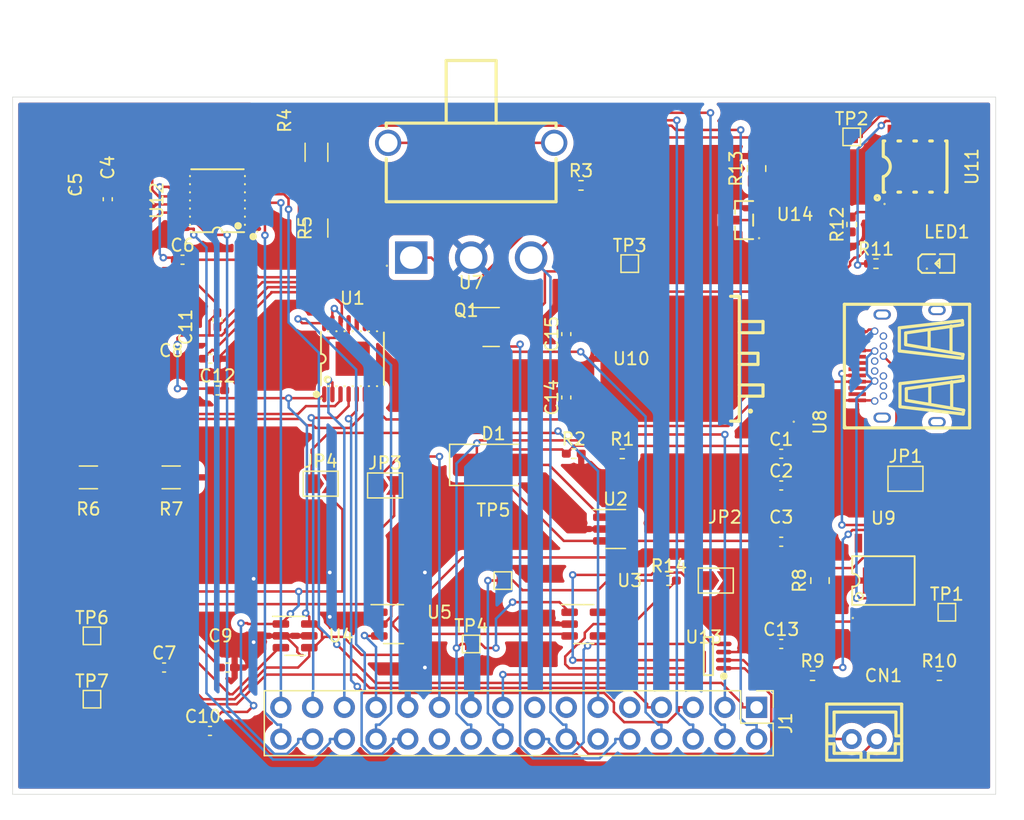
<source format=kicad_pcb>
(kicad_pcb (version 20221018) (generator pcbnew)
  (layers (0 "F.Cu" signal) (31 "B.Cu" signal) (34 "B.Paste" user) (35 "F.Paste" user) (36 "B.SilkS" user "B.Silkscreen") (37 "F.SilkS" user "F.Silkscreen") (38 "B.Mask" user) (39 "F.Mask" user) (44 "Edge.Cuts" user))
  (net 0 "")
  (net 1 "/5V")
  (net 2 "GND")
  (net 3 "/PWR_OUT")
  (net 4 "Net-(U12-VINT)")
  (net 5 "Net-(U12-VCP)")
  (net 6 "Net-(U1-VINT)")
  (net 7 "Net-(JP3-B)")
  (net 8 "Net-(JP4-B)")
  (net 9 "Net-(U1-VCP)")
  (net 10 "Net-(U9-VDD)")
  (net 11 "/VBUS")
  (net 12 "/Step_5V")
  (net 13 "/BATT_OUT")
  (net 14 "/BATTERY")
  (net 15 "Net-(D1-A)")
  (net 16 "/MOTOR2_B_OUT")
  (net 17 "/MOTOR2_A_OUT")
  (net 18 "/MOTOR4_A_OUT")
  (net 19 "/MOTOR2_CTRL1")
  (net 20 "/MOTOR4_B_OUT")
  (net 21 "/MOTOR2_CTRL2")
  (net 22 "/CTRL_EXT_LOAD2")
  (net 23 "/MOTOR4_CTRL1")
  (net 25 "/MOTOR4_CTRL2")
  (net 26 "/EXT_LOAD2_OUT")
  (net 28 "/FAST_CHARGE_CTRL")
  (net 30 "/I2C1_SCL")
  (net 31 "/I2C1_SDA")
  (net 32 "/3V3")
  (net 33 "/EXT_LOAD1_OUT")
  (net 34 "/9V")
  (net 35 "/MOTOR3_CTRL1")
  (net 36 "/CTRL_EXT_LOAD1")
  (net 37 "/MOTOR3_CTRL2")
  (net 38 "/MOTOR3_A_OUT")
  (net 39 "/MOTOR1_CTRL1")
  (net 40 "/MOTOR3_B_OUT")
  (net 41 "/MOTOR1_CTRL2")
  (net 42 "/MOTOR1_B_OUT")
  (net 43 "/MOTOR1_A_OUT")
  (net 44 "Net-(JP1-A)")
  (net 45 "/CC2")
  (net 46 "Net-(JP2-A)")
  (net 47 "Net-(LED1-A)")
  (net 48 "Net-(Q1-G)")
  (net 49 "Net-(U2-FB)")
  (net 50 "Net-(U12-AISEN)")
  (net 51 "Net-(U12-BISEN)")
  (net 52 "Net-(U1-AISEN)")
  (net 53 "Net-(U1-BISEN)")
  (net 54 "Net-(U9-CFG1)")
  (net 55 "Net-(U9-VBUS)")
  (net 56 "Net-(U11-CHRG)")
  (net 57 "Net-(U14-C)")
  (net 58 "/PROG")
  (net 59 "Net-(U13-A1)")
  (net 64 "unconnected-(U7-EH-Pad4)")
  (net 70 "/CC1")
  (net 92 "/FAST_CHARGE")
  (footprint "Package_TO_SOT_SMD:SOT-23-6" (layer "F.Cu") (at 201.7975 118.730165)
    (fp_text reference "U4")
    (fp_text value "TPS22929D")
  )
  (footprint "TestPoint:TestPoint_Pad_1.0x1.0mm" (layer "F.Cu") (at 185.529263 118.730165)
    (fp_text reference "TP6")
    (fp_text value "External Load out")
  )
  (footprint "Resistor_SMD:R_0402_1005Metric_Pad0.72x0.64mm_HandSolder" (layer "F.Cu") (at 243.2425 121.92)
    (fp_text reference "R9")
    (fp_text value "10k")
  )
  (footprint "new_footprints:ESSOP-10_L4.9-W3.9-P1.0-LS6.0-TL-EP" (layer "F.Cu") (at 248.92 114.3)
    (fp_text reference "U9")
    (fp_text value "CH224K")
  )
  (footprint "new_footprints:TO-263-3_L8.6-W10.2-P2.54-LS14.4-BR" (layer "F.Cu") (at 236.22 96.52)
    (fp_text reference "U10")
    (fp_text value "LM7805S/TR")
  )
  (footprint "new_footprints:SW-TH_K3-1391B-51" (layer "F.Cu") (at 215.9 83.82 180)
    (fp_text reference "U7")
    (fp_text value "K3-1391B-51")
  )
  (footprint "Resistor_SMD:R_0805_2012Metric_Pad1.20x1.40mm_HandSolder" (layer "F.Cu") (at 238.76 81.28 90)
    (fp_text reference "R13")
    (fp_text value "5.6k")
  )
  (footprint "Capacitor_SMD:C_0402_1005Metric_Pad0.74x0.62mm_HandSolder" (layer "F.Cu") (at 195.0125 96.52)
    (fp_text reference "C8")
    (fp_text value "2.2 uF")
  )
  (footprint "new_footprints:SOT-23-3_L2.9-W1.3-P1.90-LS2.4-BR" (layer "F.Cu") (at 237.76 85.41)
    (fp_text reference "U14")
    (fp_text value "MMBT2222A_C8512")
  )
  (footprint "Package_TO_SOT_SMD:SOT-23-6" (layer "F.Cu") (at 227.4625 110.17)
    (fp_text reference "U2")
    (fp_text value "MT3608")
  )
  (footprint "TestPoint:TestPoint_Pad_1.0x1.0mm" (layer "F.Cu") (at 228.6 88.9)
    (fp_text reference "TP3")
    (fp_text value "TestPoint")
  )
  (footprint "Resistor_SMD:R_1206_3216Metric_Pad1.30x1.75mm_HandSolder" (layer "F.Cu") (at 191.873863 106.030165)
    (fp_text reference "R7")
    (fp_text value "1")
  )
  (footprint "Jumper:SolderJumper-2_P1.3mm_Open_TrianglePad1.0x1.5mm" (layer "F.Cu") (at 209.005 106.68)
    (fp_text reference "JP3")
    (fp_text value "Jumper_2_Open")
  )
  (footprint "new_footprints:SOT-23-8_L3.0-W1.7-P0.65-LS2.8-BR" (layer "F.Cu") (at 234.9061 120.3551)
    (fp_text reference "U13")
    (fp_text value "INA219AIDCNR")
  )
  (footprint "new_footprints:TSSOP-16_L5.0-W4.4-P0.65-LS6.4-BL-EP" (layer "F.Cu") (at 195.58 83.8351 90)
    (fp_text reference "U12")
    (fp_text value "DRV8833PWP")
  )
  (footprint "new_footprints:USB-C-SMD_C67380" (layer "F.Cu") (at 250.0145 97.11 90)
    (fp_text reference "U8")
    (fp_text value "FUC-24F11-SNLB1")
  )
  (footprint "Capacitor_SMD:C_0402_1005Metric_Pad0.74x0.62mm_HandSolder" (layer "F.Cu") (at 223.52 94.5475 90)
    (fp_text reference "C15")
    (fp_text value "10uF")
  )
  (footprint "new_footprints:TSSOP-16_L5.0-W4.4-P0.65-LS6.4-BL-EP" (layer "F.Cu") (at 206.41 96.52)
    (fp_text reference "U1")
    (fp_text value "DRV8833PWP")
  )
  (footprint "Capacitor_SMD:C_0402_1005Metric_Pad0.74x0.62mm_HandSolder" (layer "F.Cu") (at 240.7325 119.38)
    (fp_text reference "C13")
    (fp_text value "1uF")
  )
  (footprint "TestPoint:TestPoint_Pad_1.0x1.0mm" (layer "F.Cu") (at 246.38 78.74)
    (fp_text reference "TP2")
    (fp_text value "TestPoint")
  )
  (footprint "Capacitor_SMD:C_0402_1005Metric_Pad0.74x0.62mm_HandSolder" (layer "F.Cu") (at 196.386363 121.270165)
    (fp_text reference "C9")
    (fp_text value "1uF")
  )
  (footprint "Capacitor_SMD:C_0402_1005Metric_Pad0.74x0.62mm_HandSolder" (layer "F.Cu") (at 223.52 99.6275 90)
    (fp_text reference "C14")
    (fp_text value "10uF")
  )
  (footprint "Capacitor_SMD:C_0402_1005Metric_Pad0.74x0.62mm_HandSolder" (layer "F.Cu") (at 240.7325 106.68)
    (fp_text reference "C2")
    (fp_text value "1uF")
  )
  (footprint "Resistor_SMD:R_1206_3216Metric_Pad1.30x1.75mm_HandSolder" (layer "F.Cu") (at 185.243863 106.030165 180)
    (fp_text reference "R6")
    (fp_text value "1")
  )
  (footprint "TestPoint:TestPoint_Pad_1.0x1.0mm" (layer "F.Cu") (at 218.44 114.3)
    (fp_text reference "TP5")
    (fp_text value "3.3V out")
  )
  (footprint "Resistor_SMD:R_0805_2012Metric_Pad1.20x1.40mm_HandSolder" (layer "F.Cu") (at 243.84 114.3 90)
    (fp_text reference "R8")
    (fp_text value "6.8k")
  )
  (footprint "new_footprints:LED0603-RD" (layer "F.Cu") (at 253.2005 88.9001)
    (fp_text reference "LED1")
    (fp_text value "KT-0603R")
  )
  (footprint "Jumper:SolderJumper-2_P1.3mm_Open_TrianglePad1.0x1.5mm" (layer "F.Cu") (at 250.685 106.14)
    (fp_text reference "JP1")
    (fp_text value "Jumper_2_Open")
  )
  (footprint "Resistor_SMD:R_1206_3216Metric_Pad1.30x1.75mm_HandSolder" (layer "F.Cu") (at 203.51 79.98 90)
    (fp_text reference "R4")
    (fp_text value "1")
  )
  (footprint "Connector_PinHeader_2.54mm:PinHeader_2x16_P2.54mm_Vertical" (layer "F.Cu") (at 238.76 124.46 -90)
    (fp_text reference "J1")
    (fp_text value "Conn_02x16_Odd_Even")
  )
  (footprint "TestPoint:TestPoint_Pad_1.0x1.0mm" (layer "F.Cu") (at 215.9 119.38)
    (fp_text reference "TP4")
    (fp_text value "5V out")
  )
  (footprint "Capacitor_SMD:C_0402_1005Metric_Pad0.74x0.62mm_HandSolder" (layer "F.Cu") (at 186.793863 83.737665 90)
    (fp_text reference "C4")
    (fp_text value "2.2 uF")
  )
  (footprint "Resistor_SMD:R_0402_1005Metric_Pad0.72x0.64mm_HandSolder" (layer "F.Cu") (at 253.4025 121.92)
    (fp_text reference "R10")
    (fp_text value "1k")
  )
  (footprint "Capacitor_SMD:C_0402_1005Metric_Pad0.74x0.62mm_HandSolder" (layer "F.Cu") (at 191.306363 121.270165)
    (fp_text reference "C7")
    (fp_text value "1uF")
  )
  (footprint "Jumper:SolderJumper-2_P1.3mm_Open_TrianglePad1.0x1.5mm" (layer "F.Cu") (at 203.848863 106.538165)
    (fp_text reference "JP4")
    (fp_text value "Jumper_2_Open")
  )
  (footprint "Package_TO_SOT_SMD:SOT-23-6" (layer "F.Cu") (at 209.6825 117.79)
    (fp_text reference "U5")
    (fp_text value "TPS22929D")
  )
  (footprint "Capacitor_SMD:C_0402_1005Metric_Pad0.74x0.62mm_HandSolder" (layer "F.Cu") (at 195.58 93.4125 90)
    (fp_text reference "C11")
    (fp_text value "10nF")
  )
  (footprint "Resistor_SMD:R_0402_1005Metric_Pad0.72x0.64mm_HandSolder" (layer "F.Cu") (at 231.7375 114.3)
    (fp_text reference "R14")
    (fp_text value "1k")
  )
  (footprint "Capacitor_SMD:C_0402_1005Metric_Pad0.74x0.62mm_HandSolder" (layer "F.Cu") (at 240.7325 111.19)
    (fp_text reference "C3")
    (fp_text value "1uF")
  )
  (footprint "Package_TO_SOT_SMD:SOT-23" (layer "F.Cu") (at 217.5025 93.98)
    (fp_text reference "Q1")
    (fp_text value "AO3401A")
  )
  (footprint "Capacitor_SMD:C_0402_1005Metric_Pad0.74x0.62mm_HandSolder" (layer "F.Cu") (at 184.253863 83.170165 90)
    (fp_text reference "C5")
    (fp_text value "10 uF")
  )
  (footprint "Capacitor_SMD:C_0402_1005Metric_Pad0.74x0.62mm_HandSolder" (layer "F.Cu") (at 195.58 99.06)
    (fp_text reference "C12")
    (fp_text value "10 uF")
  )
  (footprint "Resistor_SMD:R_1206_3216Metric_Pad1.30x1.75mm_HandSolder" (layer "F.Cu") (at 203.51 86.05 90)
    (fp_text reference "R5")
    (fp_text value "1")
  )
  (footprint "Jumper:SolderJumper-2_P1.3mm_Open_TrianglePad1.0x1.5mm" (layer "F.Cu") (at 235.495 114.3)
    (fp_text reference "JP2")
    (fp_text value "Jumper_2_Open")
  )
  (footprint "new_footprints:CONN-TH_B2B-PH-K-S" (layer "F.Cu") (at 247.38 127)
    (fp_text reference "CN1")
    (fp_text value "B2B-PH-K-S(LF)(SN)")
  )
  (footprint "TestPoint:TestPoint_Pad_1.0x1.0mm" (layer "F.Cu") (at 185.529263 123.810165)
    (fp_text reference "TP7")
    (fp_text value "Ext load out")
  )
  (footprint "Capacitor_SMD:C_0402_1005Metric_Pad0.74x0.62mm_HandSolder" (layer "F.Cu") (at 240.7325 104.14)
    (fp_text reference "C1")
    (fp_text value "1uF")
  )
  (footprint "Resistor_SMD:R_0402_1005Metric_Pad0.72x0.64mm_HandSolder" (layer "F.Cu") (at 228.0025 104.14)
    (fp_text reference "R1")
    (fp_text value "75k")
  )
  (footprint "Package_TO_SOT_SMD:SOT-23-5" (layer "F.Cu") (at 224.9225 117.79)
    (fp_text reference "U3")
    (fp_text value "AP2112K-3.3")
  )
  (footprint "Capacitor_SMD:C_0402_1005Metric_Pad0.74x0.62mm_HandSolder" (layer "F.Cu") (at 192.7825 88.59)
    (fp_text reference "C6")
    (fp_text value "10nF")
  )
  (footprint "Resistor_SMD:R_0402_1005Metric_Pad0.72x0.64mm_HandSolder" (layer "F.Cu") (at 248.3225 88.9)
    (fp_text reference "R11")
    (fp_text value "1k")
  )
  (footprint "new_footprints:ESOP-8_L4.9-W3.9-P1.27-LS6.0-BR-EP3.3" (layer "F.Cu") (at 251.46 81.1201 -90)
    (fp_text reference "U11")
    (fp_text value "TC4056A")
  )
  (footprint "Resistor_SMD:R_0402_1005Metric_Pad0.72x0.64mm_HandSolder" (layer "F.Cu") (at 246.38 85.7625 90)
    (fp_text reference "R12")
    (fp_text value "2k")
  )
  (footprint "Resistor_SMD:R_0402_1005Metric_Pad0.72x0.64mm_HandSolder" (layer "F.Cu") (at 224.6975 82.63)
    (fp_text reference "R3")
    (fp_text value "47k")
  )
  (footprint "Diode_SMD:D_SMA" (layer "F.Cu") (at 217.685 105.03)
    (fp_text reference "D1")
    (fp_text value "D_Schottky")
  )
  (footprint "Resistor_SMD:R_0402_1005Metric_Pad0.72x0.64mm_HandSolder" (layer "F.Cu") (at 224.1175 104.13)
    (fp_text reference "R2")
    (fp_text value "10k")
  )
  (footprint "Capacitor_SMD:C_0402_1005Metric_Pad0.74x0.62mm_HandSolder" (layer "F.Cu") (at 194.981363 126.350165)
    (fp_text reference "C10")
    (fp_text value "1uF")
  )
  (footprint "TestPoint:TestPoint_Pad_1.0x1.0mm" (layer "F.Cu") (at 254 116.84)
    (fp_text reference "TP1")
    (fp_text value "TestPoint")
  )
  (gr_line (start 179.173863 131.430165) (end 257.913863 131.430165) (stroke (width 0.05)) (layer "Edge.Cuts"))
  (gr_line (start 179.173863 75.550165) (end 179.173863 131.430165) (stroke (width 0.05)) (layer "Edge.Cuts"))
  (gr_line (start 257.913863 131.430165) (end 257.913863 75.550165) (stroke (width 0.05)) (layer "Edge.Cuts"))
  (gr_line (start 257.913863 75.550165) (end 179.173863 75.550165) (stroke (width 0.05)) (layer "Edge.Cuts"))
  (segment (start 214.7741 119.704) (end 214.7254 119.704) (width 0.2) (layer "F.Cu") (net 1))
  (segment (start 219.2178 116.0312) (end 222.9762 116.0312) (width 0.2) (layer "F.Cu") (net 1))
  (segment (start 215.4991 119.38) (end 215.9 119.38) (width 0.2) (layer "F.Cu") (net 1))
  (segment (start 215.0981 119.38) (end 214.7741 119.704) (width 0.2) (layer "F.Cu") (net 1))
  (segment (start 216.3551 104.3599) (end 215.685 105.03) (width 0.2) (layer "F.Cu") (net 1))
  (segment (start 215.9 119.38) (end 216.7019 119.38) (width 0.2) (layer "F.Cu") (net 1))
  (segment (start 240.165 104.14) (end 240.165 106.68) (width 0.2) (layer "F.Cu") (net 1))
  (segment (start 216.7019 119.38) (end 217.0275 119.7056) (width 0.2) (layer "F.Cu") (net 1))
  (segment (start 217.0275 119.7056) (end 217.8892 119.7056) (width 0.2) (layer "F.Cu") (net 1))
  (segment (start 215.4991 119.38) (end 215.0981 119.38) (width 0.2) (layer "F.Cu") (net 1))
  (segment (start 216.3551 103.2884) (end 216.3551 104.3599) (width 0.2) (layer "F.Cu") (net 1))
  (segment (start 227.405 104.14) (end 228.036 103.509) (width 0.2) (layer "F.Cu") (net 1))
  (segment (start 222.9762 116.0312) (end 223.785 116.84) (width 0.2) (layer "F.Cu") (net 1))
  (segment (start 239.534 103.509) (end 240.165 104.14) (width 0.2) (layer "F.Cu") (net 1))
  (segment (start 228.036 103.509) (end 239.534 103.509) (width 0.2) (layer "F.Cu") (net 1))
  (segment (start 226.3305 103.0655) (end 216.578 103.0655) (width 0.2) (layer "F.Cu") (net 1))
  (segment (start 227.405 104.14) (end 226.3305 103.0655) (width 0.2) (layer "F.Cu") (net 1))
  (segment (start 216.578 103.0655) (end 216.3551 103.2884) (width 0.2) (layer "F.Cu") (net 1))
  (via (at 214.7254 119.704) (size 0.6) (drill 0.3) (layers "F.Cu" "B.Cu") (net 1))
  (via (at 216.3551 103.2884) (size 0.6) (drill 0.3) (layers "F.Cu" "B.Cu") (net 1))
  (via (at 219.2178 116.0312) (size 0.6) (drill 0.3) (layers "F.Cu" "B.Cu") (net 1))
  (via (at 217.8892 119.7056) (size 0.6) (drill 0.3) (layers "F.Cu" "B.Cu") (net 1))
  (segment (start 214.7254 124.9615) (end 214.7254 119.704) (width 0.2) (layer "B.Cu") (net 1))
  (segment (start 215.612 125.8481) (end 214.7254 124.9615) (width 0.2) (layer "B.Cu") (net 1))
  (segment (start 215.9 125.8481) (end 215.612 125.8481) (width 0.2) (layer "B.Cu") (net 1))
  (segment (start 214.7254 104.9181) (end 216.3551 103.2884) (width 0.2) (layer "B.Cu") (net 1))
  (segment (start 217.8892 119.7056) (end 217.8892 117.3598) (width 0.2) (layer "B.Cu") (net 1))
  (segment (start 214.7254 119.704) (end 214.7254 104.9181) (width 0.2) (layer "B.Cu") (net 1))
  (segment (start 215.9 127) (end 215.9 125.8481) (width 0.2) (layer "B.Cu") (net 1))
  (segment (start 217.8892 117.3598) (end 219.2178 116.0312) (width 0.2) (layer "B.Cu") (net 1))
  (segment (start 193.423863 106.030165) (end 196.953863 106.030165) (width 0.2) (layer "F.Cu") (net 2))
  (segment (start 249.55492 78.420176) (end 249.55492 79.214944) (width 0.2) (layer "F.Cu") (net 2))
  (segment (start 196.953863 106.030165) (end 204.573863 113.650165) (width 0.2) (layer "F.Cu") (net 2))
  (segment (start 246.819174 94.360191) (end 247.57887 94.360191) (width 0.2) (layer "F.Cu") (net 2))
  (segment (start 248.169185 99.859301) (end 248.219986 99.910102) (width 0.2) (layer "F.Cu") (net 2))
  (segment (start 241.949835 118.730165) (end 241.3 119.38) (width 0.2) (layer "F.Cu") (net 2))
  (segment (start 246.819174 99.859301) (end 248.169185 99.859301) (width 0.2) (layer "F.Cu") (net 2))
  (segment (start 228.6122 96.52) (end 231.2681 96.52) (width 0.2) (layer "F.Cu") (net 2))
  (segment (start 245.580699 99.859301) (end 241.3 104.14) (width 0.2) (layer "F.Cu") (net 2))
  (segment (start 197.250002 94.849998) (end 195.58 96.52) (width 0.2) (layer "F.Cu") (net 2))
  (segment (start 252.094925 81.754949) (end 251.459924 81.119948) (width 0.2) (layer "F.Cu") (net 2))
  (segment (start 209.5075 116.336528) (end 209.5075 117.176396) (width 0.2) (layer "F.Cu") (net 2))
  (segment (start 243.84 115.3) (end 243.2217 115.3) (width 0.2) (layer "F.Cu") (net 2))
  (segment (start 226.7897 110.17) (end 227.2875 109.6722) (width 0.2) (layer "F.Cu") (net 2))
  (segment (start 202.424229 120.280165) (end 202.236104 120.280165) (width 0.2) (layer "F.Cu") (net 2))
  (segment (start 205.755122 94.849998) (end 197.250002 94.849998) (width 0.2) (layer "F.Cu") (net 2))
  (segment (start 246.819174 99.859301) (end 245.580699 99.859301) (width 0.2) (layer "F.Cu") (net 2))
  (segment (start 236.13216 120.030233) (end 238.893931 120.030233) (width 0.2) (layer "F.Cu") (net 2))
  (segment (start 206.085133 93.669987) (end 206.085133 94.519987) (width 0.2) (layer "F.Cu") (net 2))
  (segment (start 212.193863 121.270165) (end 209.145863 121.270165) (width 0.2) (layer "F.Cu") (net 2))
  (segment (start 242.066317 96.52) (end 244.226126 94.360191) (width 0.2) (layer "F.Cu") (net 2))
  (segment (start 208.893896 117.79) (end 208.545 117.79) (width 0.2) (layer "F.Cu") (net 2))
  (segment (start 227.2875 109.6722) (end 227.2875 106.7025) (width 0.2) (layer "F.Cu") (net 2))
  (segment (start 187.777541 84.153843) (end 186.793863 83.170165) (width 0.2) (layer "F.Cu") (net 2))
  (segment (start 208.545 117.79) (end 205.157698 117.79) (width 0.2) (layer "F.Cu") (net 2))
  (segment (start 241.5366 104.14) (end 241.3 104.14) (width 0.2) (layer "F.Cu") (net 2))
  (segment (start 201.9725 120.016561) (end 201.9725 119.693769) (width 0.2) (layer "F.Cu") (net 2))
  (segment (start 249.55492 79.214944) (end 251.459924 81.119948) (width 0.2) (layer "F.Cu") (net 2))
  (segment (start 242.673863 118.730165) (end 241.949835 118.730165) (width 0.2) (layer "F.Cu") (net 2))
  (segment (start 205.157698 117.79) (end 204.573863 117.206165) (width 0.2) (layer "F.Cu") (net 2))
  (segment (start 247.57887 94.360191) (end 247.753863 94.185198) (width 0.2) (layer "F.Cu") (net 2))
  (segment (start 223.6103 93.98) (end 223.52 93.98) (width 0.2) (layer "F.Cu") (net 2))
  (segment (start 242.673863 121.270165) (end 242.673863 118.730165) (width 0.2) (layer "F.Cu") (net 2))
  (segment (start 202.236104 120.280165) (end 201.9725 120.016561) (width 0.2) (layer "F.Cu") (net 2))
  (segment (start 191.879987 84.159967) (end 191.873863 84.153843) (width 0.2) (layer "F.Cu") (net 2))
  (segment (start 251.4599 81.1199) (end 251.4599 81.8708) (width 0.2) (layer "F.Cu") (net 2))
  (segment (start 191.873863 84.153843) (end 187.777541 84.153843) (width 0.2) (layer "F.Cu") (net 2))
  (segment (start 238.893931 120.030233) (end 240.133863 121.270165) (width 0.2) (layer "F.Cu") (net 2))
  (segment (start 244.226126 94.360191) (end 246.819174 94.360191) (width 0.2) (layer "F.Cu") (net 2))
  (segment (start 248.095032 94.185198) (end 248.219986 94.310152) (width 0.2) (layer "F.Cu") (net 2))
  (segment (start 241.171816 96.52) (end 242.066317 96.52) (width 0.2) (layer "F.Cu") (net 2))
  (segment (start 212.193863 113.650165) (end 209.5075 116.336528) (width 0.2) (layer "F.Cu") (net 2))
  (segment (start 210.82 117.79) (end 223.785 117.79) (width 0.2) (layer "F.Cu") (net 2))
  (segment (start 226.325 110.17) (end 226.7897 110.17) (width 0.2) (layer "F.Cu") (net 2))
  (segment (start 240.133863 121.270165) (end 242.673863 121.270165) (width 0.2) (layer "F.Cu") (net 2))
  (segment (start 227.2875 106.7025) (end 224.715 104.13) (width 0.2) (layer "F.Cu") (net 2))
  (segment (start 209.5075 117.176396) (end 208.893896 117.79) (width 0.2) (layer "F.Cu") (net 2))
  (segment (start 252.094925 83.819973) (end 252.094925 81.754949) (width 0.2) (layer "F.Cu") (net 2))
  (segment (start 243.84 115.1241) (end 243.84 115.3) (width 0.2) (layer "F.Cu") (net 2))
  (segment (start 192.729987 84.159967) (end 191.879987 84.159967) (width 0.2) (layer "F.Cu") (net 2))
  (segment (start 201.9725 119.693769) (end 201.008896 118.730165) (width 0.2) (layer "F.Cu") (net 2))
  (segment (start 252.0949 83.7601) (end 252.0949 83.82) (width 0.2) (layer "F.Cu") (net 2))
  (segment (start 251.4599 81.8708) (end 250.5522 81.8708) (width 0.2) (layer "F.Cu") (net 2))
  (segment (start 190.800363 121.270165) (end 190.738863 121.270165) (width 0.2) (layer "F.Cu") (net 2))
  (segment (start 206.085133 94.519987) (end 205.755122 94.849998) (width 0.2) (layer "F.Cu") (net 2))
  (segment (start 247.753863 94.185198) (end 248.095032 94.185198) (width 0.2) (layer "F.Cu") (net 2))
  (segment (start 201.008896 118.730165) (end 200.66 118.730165) (width 0.2) (layer "F.Cu") (net 2))
  (via (at 198.477863 114.158165) (size 0.6) (drill 0.3) (layers "F.Cu" "B.Cu") (net 2))
  (via (at 212.193863 121.270165) (size 0.6) (drill 0.3) (layers "F.Cu" "B.Cu") (net 2))
  (via (at 204.573863 113.650165) (size 0.6) (drill 0.3) (layers "F.Cu" "B.Cu") (net 2))
  (via (at 212.193863 113.650165) (size 0.6) (drill 0.3) (layers "F.Cu" "B.Cu") (net 2))
  (via (at 204.573863 117.206165) (size 0.6) (drill 0.3) (layers "F.Cu" "B.Cu") (net 2))
  (via (at 198.477863 119.238165) (size 0.6) (drill 0.3) (layers "F.Cu" "B.Cu") (net 2))
  (segment (start 212.193863 121.270165) (end 212.193863 113.650165) (width 0.2) (layer "B.Cu") (net 2))
  (segment (start 204.573863 113.650165) (end 204.573863 117.206165) (width 0.2) (layer "B.Cu") (net 2))
  (segment (start 198.477863 114.158165) (end 198.477863 119.238165) (width 0.2) (layer "B.Cu") (net 2))
  (segment (start 184.253863 83.737665) (end 184.253863 83.990665) (width 0.2) (layer "F.Cu") (net 3))
  (segment (start 181.713863 80.630165) (end 184.253863 78.090165) (width 0.2) (layer "F.Cu") (net 3))
  (segment (start 184.253863 93.330165) (end 184.253863 83.270165) (width 0.2) (layer "F.Cu") (net 3))
  (segment (start 210.82 118.74) (end 210.82 120.254165) (width 0.2) (layer "F.Cu") (net 3))
  (segment (start 192.73 83.51) (end 190.867 83.51) (width 0.2) (layer "F.Cu") (net 3))
  (segment (start 181.713863 83.170165) (end 181.713863 80.630165) (width 0.2) (layer "F.Cu") (net 3))
  (segment (start 191.2281 89.2611) (end 192.6789 89.2611) (width 0.2) (layer "F.Cu") (net 3))
  (segment (start 240.165 111.19) (end 240.095 111.12) (width 0.2) (layer "F.Cu") (net 3))
  (segment (start 195.918767 94.6522) (end 194.9379 94.6522) (width 0.2) (layer "F.Cu") (net 3))
  (segment (start 197.4781 86.1102) (end 197.4781 88.59) (width 0.2) (layer "F.Cu") (net 3))
  (segment (start 195.58 92.1622) (end 192.6789 89.2611) (width 0.2) (layer "F.Cu") (net 3))
  (segment (start 197.4781 88.59) (end 193.35 88.59) (width 0.2) (layer "F.Cu") (net 3))
  (segment (start 198.43 86.1102) (end 197.4781 86.1102) (width 0.2) (layer "F.Cu") (net 3))
  (segment (start 228.6 110.17) (end 228.6 111.12) (width 0.2) (layer "F.Cu") (net 3))
  (segment (start 181.813863 83.270165) (end 181.713863 83.170165) (width 0.2) (layer "F.Cu") (net 3))
  (segment (start 194.413863 123.810165) (end 196.953863 123.810165) (width 0.2) (layer "F.Cu") (net 3))
  (segment (start 215.2127 112.4473) (end 210.82 116.84) (width 0.2) (layer "F.Cu") (net 3))
  (segment (start 195.58 92.845) (end 195.58 92.1622) (width 0.2) (layer "F.Cu") (net 3))
  (segment (start 194.7981 99.06) (end 195.0125 99.06) (width 0.2) (layer "F.Cu") (net 3))
  (segment (start 189.333863 93.330165) (end 184.253863 93.330165) (width 0.2) (layer "F.Cu") (net 3))
  (segment (start 193.35 88.59) (end 192.6789 89.2611) (width 0.2) (layer "F.Cu") (net 3))
  (segment (start 194.870665 98.918165) (end 192.381863 98.918165) (width 0.2) (layer "F.Cu") (net 3))
  (segment (start 203.9523 119.015365) (end 203.9523 118.379765) (width 0.2) (layer "F.Cu") (net 3))
  (segment (start 210.9819 118.5781) (end 210.82 118.74) (width 0.2) (layer "F.Cu") (net 3))
  (segment (start 196.19 94.380967) (end 195.918767 94.6522) (width 0.2) (layer "F.Cu") (net 3))
  (segment (start 202.935 117.780165) (end 202.935 117.202365) (width 0.2) (layer "F.Cu") (net 3))
  (segment (start 209.653863 117.922759) (end 210.471104 118.74) (width 0.2) (layer "F.Cu") (net 3))
  (segment (start 210.471104 116.84) (end 209.653863 117.657241) (width 0.2) (layer "F.Cu") (net 3))
  (segment (start 195.0125 99.06) (end 195.6345 99.682) (width 0.2) (layer "F.Cu") (net 3))
  (segment (start 199.493863 121.270165) (end 202.033863 121.270165) (width 0.2) (layer "F.Cu") (net 3))
  (segment (start 196.953863 123.810165) (end 199.493863 121.270165) (width 0.2) (layer "F.Cu") (net 3))
  (segment (start 202.935 117.202365) (end 202.644 116.911365) (width 0.2) (layer "F.Cu") (net 3))
  (segment (start 191.2281 91.435928) (end 189.333863 93.330165) (width 0.2) (layer "F.Cu") (net 3))
  (segment (start 206.7351 92.7181) (end 204.807165 90.790165) (width 0.2) (layer "F.Cu") (net 3))
  (segment (start 206.799065 89.990165) (end 198.878265 89.990165) (width 0.2) (layer "F.Cu") (net 3))
  (segment (start 194.9379 94.6522) (end 192.583828 94.6522) (width 0.2) (layer "F.Cu") (net 3))
  (segment (start 211.1859 116.84) (end 210.82 116.84) (width 0.2) (layer "F.Cu") (net 3))
  (segment (start 202.935 119.680165) (end 203.2875 119.680165) (width 0.2) (layer "F.Cu") (net 3))
  (segment (start 210.82 120.254165) (end 207.113863 120.254165) (width 0.2) (layer "F.Cu") (net 3))
  (segment (start 203.9523 118.379765) (end 203.3527 117.780165) (width 0.2) (layer "F.Cu") (net 3))
  (segment (start 195.6345 99.682) (end 201.2819 99.682) (width 0.2) (layer "F.Cu") (net 3))
  (segment (start 210.471104 118.74) (end 210.82 118.74) (width 0.2) (layer "F.Cu") (net 3))
  (segment (start 201.2819 99.682) (end 203.8229 99.682) (width 0.2) (layer "F.Cu") (net 3))
  (segment (start 194.9379 94.6522) (end 194.9379 93.4871) (width 0.2) (layer "F.Cu") (net 3))
  (segment (start 210.7889 93.98) (end 206.799065 89.990165) (width 0.2) (layer "F.Cu") (net 3))
  (segment (start 198.878265 89.990165) (end 197.4781 88.59) (width 0.2) (layer "F.Cu") (net 3))
  (segment (start 227.2727 112.4473) (end 215.2127 112.4473) (width 0.2) (layer "F.Cu") (net 3))
  (segment (start 204.807165 90.790165) (end 199.609106 90.790165) (width 0.2) (layer "F.Cu") (net 3))
  (segment (start 190.3553 81.4086) (end 188.6528 79.7061) (width 0.2) (layer "F.Cu") (net 3))
  (segment (start 223.6231 118.5781) (end 211.7954 118.5781) (width 0.2) (layer "F.Cu") (net 3))
  (segment (start 202.033863 121.270165) (end 202.935 120.369028) (width 0.2) (layer "F.Cu") (net 3))
  (segment (start 203.2875 119.680165) (end 203.9523 119.015365) (width 0.2) (layer "F.Cu") (net 3))
  (segment (start 207.113863 120.254165) (end 205.671098 118.8114) (width 0.2) (layer "F.Cu") (net 3))
  (segment (start 203.3527 117.780165) (end 202.935 117.780165) (width 0.2) (layer "F.Cu") (net 3))
  (segment (start 192.381863 94.854165) (end 192.381863 95.362165) (width 0.2) (layer "F.Cu") (net 3))
  (segment (start 228.6 111.12) (end 227.2727 112.4473) (width 0.2) (layer "F.Cu") (net 3))
  (segment (start 205.671098 118.8114) (end 204.156265 118.8114) (width 0.2) (layer "F.Cu") (net 3))
  (segment (start 191.2281 89.2611) (end 191.2281 91.435928) (width 0.2) (layer "F.Cu") (net 3))
  (segment (start 209.653863 117.657241) (end 209.653863 117.922759) (width 0.2) (layer "F.Cu") (net 3))
  (segment (start 187.036865 78.090165) (end 189.333863 80.387163) (width 0.2) (layer "F.Cu") (net 3))
  (segment (start 184.253863 83.270165) (end 181.813863 83.270165) (width 0.2) (layer "F.Cu") (net 3))
  (segment (start 195.0125 99.06) (end 194.870665 98.918165) (width 0.2) (layer "F.Cu") (net 3))
  (segment (start 184.253863 78.090165) (end 186.793863 78.090165) (width 0.2) (layer "F.Cu") (net 3))
  (segment (start 218.44 93.98) (end 210.7889 93.98) (width 0.2) (layer "F.Cu") (net 3))
  (segment (start 190.867 83.51) (end 190.3553 82.9983) (width 0.2) (layer "F.Cu") (net 3))
  (segment (start 206.7351 93.67) (end 206.7351 92.7181) (width 0.2) (layer "F.Cu") (net 3))
  (segment (start 192.583828 94.6522) (end 192.381863 94.854165) (width 0.2) (layer "F.Cu") (net 3))
  (segment (start 210.82 116.84) (end 210.471104 116.84) (width 0.2) (layer "F.Cu") (net 3))
  (segment (start 202.935 120.369028) (end 202.935 119.680165) (width 0.2) (layer "F.Cu") (net 3))
  (segment (start 199.609106 90.790165) (end 196.19 94.209271) (width 0.2) (layer "F.Cu") (net 3))
  (segment (start 203.8229 99.682) (end 204.1349 99.37) (width 0.2) (layer "F.Cu") (net 3))
  (segment (start 194.9379 93.4871) (end 195.58 92.845) (width 0.2) (layer "F.Cu") (net 3))
  (segment (start 196.19 94.209271) (end 196.19 94.380967) (width 0.2) (layer "F.Cu") (net 3))
  (segment (start 223.785 118.74) (end 223.6231 118.5781) (width 0.2) (layer "F.Cu") (net 3))
  (segment (start 211.7954 118.5781) (end 210.9819 118.5781) (width 0.2) (layer "F.Cu") (net 3))
  (segment (start 186.793863 78.090165) (end 187.036865 78.090165) (width 0.2) (layer "F.Cu") (net 3))
  (segment (start 240.095 111.12) (end 228.6 111.12) (width 0.2) (layer "F.Cu") (net 3))
  (segment (start 190.3553 82.9983) (end 190.3553 81.4086) (width 0.2) (layer "F.Cu") (net 3))
  (segment (start 204.156265 118.8114) (end 203.9523 119.015365) (width 0.2) (layer "F.Cu") (net 3))
  (segment (start 191.873863 121.270165) (end 194.413863 123.810165) (width 0.2) (layer "F.Cu") (net 3))
  (via (at 192.381863 95.362165) (size 0.6) (drill 0.3) (layers "F.Cu" "B.Cu") (net 3))
  (via (at 201.2819 99.682) (size 0.6) (drill 0.3) (layers "F.Cu" "B.Cu") (net 3))
  (via (at 202.644 116.911365) (size 0.6) (drill 0.3) (layers "F.Cu" "B.Cu") (net 3))
  (via (at 192.381863 98.918165) (size 0.6) (drill 0.3) (layers "F.Cu" "B.Cu") (net 3))
  (segment (start 201.2819 100.4282) (end 201.2819 99.682) (width 0.2) (layer "B.Cu") (net 3))
  (segment (start 192.381863 98.918165) (end 192.381863 95.362165) (width 0.2) (layer "B.Cu") (net 3))
  (segment (start 202.744 101.8903) (end 201.2819 100.4282) (width 0.2) (layer "B.Cu") (net 3))
  (segment (start 202.644 116.911365) (end 202.744 116.811365) (width 0.2) (layer "B.Cu") (net 3))
  (segment (start 202.744 116.811365) (end 202.744 101.8903) (width 0.2) (layer "B.Cu") (net 3))
  (segment (start 190.130635 85.710165) (end 186.793863 85.710165) (width 0.2) (layer "F.Cu") (net 4))
  (segment (start 191.0306 84.8102) (end 192.73 84.8102) (width 0.2) (layer "F.Cu") (net 4))
  (segment (start 191.0306 84.8102) (end 190.130635 85.710165) (width 0.2) (layer "F.Cu") (net 4))
  (segment (start 186.793863 85.710165) (end 186.793863 84.305165) (width 0.2) (layer "F.Cu") (net 4))
  (segment (start 192.73 82.86) (end 191.7781 82.86) (width 0.2) (layer "F.Cu") (net 5))
  (segment (start 191.2428 88.4247) (end 192.0497 88.4247) (width 0.2) (layer "F.Cu") (net 5))
  (segment (start 191.6672 82.7491) (end 190.9572 82.7491) (width 0.2) (layer "F.Cu") (net 5))
  (segment (start 192.0497 88.4247) (end 192.215 88.59) (width 0.2) (layer "F.Cu") (net 5))
  (segment (start 191.7781 82.86) (end 191.6672 82.7491) (width 0.2) (layer "F.Cu") (net 5))
  (via (at 191.2428 88.4247) (size 0.6) (drill 0.3) (layers "F.Cu" "B.Cu") (net 5))
  (via (at 190.9572 82.7491) (size 0.6) (drill 0.3) (layers "F.Cu" "B.Cu") (net 5))
  (segment (start 190.9572 88.1391) (end 191.2428 88.4247) (width 0.2) (layer "B.Cu") (net 5))
  (segment (start 190.9572 82.7491) (end 190.9572 88.1391) (width 0.2) (layer "B.Cu") (net 5))
  (segment (start 202.033863 91.190165) (end 199.893863 91.190165) (width 0.2) (layer "F.Cu") (net 6))
  (segment (start 205.5423 93.562579) (end 205.5423 92.158602) (width 0.2) (layer "F.Cu") (net 6))
  (segment (start 205.434892 93.669987) (end 205.5423 93.562579) (width 0.2) (layer "F.Cu") (net 6))
  (segment (start 199.893863 91.242789) (end 195.266487 95.870165) (width 0.2) (layer "F.Cu") (net 6))
  (segment (start 199.893863 91.190165) (end 199.893863 91.242789) (width 0.2) (layer "F.Cu") (net 6))
  (segment (start 204.573863 91.190165) (end 202.033863 91.190165) (width 0.2) (layer "F.Cu") (net 6))
  (segment (start 194.445 96.52) (end 195.1631 95.8019) (width 0.2) (layer "F.Cu") (net 6))
  (segment (start 205.5423 92.158602) (end 204.573863 91.190165) (width 0.2) (layer "F.Cu") (net 6))
  (segment (start 189.333863 116.190165) (end 208.545 116.190165) (width 0.2) (layer "F.Cu") (net 7))
  (segment (start 185.529263 118.730165) (end 185.729763 118.730165) (width 0.2) (layer "F.Cu") (net 7))
  (segment (start 208.545 116.84) (end 208.545 111.0978) (width 0.2) (layer "F.Cu") (net 7))
  (segment (start 186.793863 118.730165) (end 189.333863 116.190165) (width 0.2) (layer "F.Cu") (net 7))
  (segment (start 185.529263 119.994765) (end 185.529263 118.730165) (width 0.2) (layer "F.Cu") (net 7))
  (segment (start 189.333863 118.730165) (end 186.793863 121.270165) (width 0.2) (layer "F.Cu") (net 7))
  (segment (start 193.278863 118.730165) (end 189.333863 118.730165) (width 0.2) (layer "F.Cu") (net 7))
  (segment (start 209.73 106.68) (end 209.73 109.109) (width 0.2) (layer "F.Cu") (net 7))
  (segment (start 186.793863 121.270165) (end 184.253863 121.270165) (width 0.2) (layer "F.Cu") (net 7))
  (segment (start 184.253863 121.270165) (end 185.529263 119.994765) (width 0.2) (layer "F.Cu") (net 7))
  (segment (start 208.545 111.0978) (end 208.1431 110.6959) (width 0.2) (layer "F.Cu") (net 7))
  (segment (start 195.818863 121.270165) (end 193.278863 118.730165) (width 0.2) (layer "F.Cu") (net 7))
  (segment (start 185.729763 118.730165) (end 185.930263 118.730165) (width 0.2) (layer "F.Cu") (net 7))
  (segment (start 185.529263 118.730165) (end 186.793863 118.730165) (width 0.2) (layer "F.Cu") (net 7))
  (segment (start 209.73 109.109) (end 208.1431 110.6959) (width 0.2) (layer "F.Cu") (net 7))
  (segment (start 201.4224 117.017765) (end 201.4224 116.962465) (width 0.2) (layer "F.Cu") (net 8))
  (segment (start 181.713863 119.746165) (end 181.713863 119.994765) (width 0.2) (layer "F.Cu") (net 8))
  (segment (start 197.969863 124.826165) (end 198.477863 124.318165) (width 0.2) (layer "F.Cu") (net 8))
  (segment (start 194.413863 126.350165) (end 195.937863 124.826165) (width 0.2) (layer "F.Cu") (net 8))
  (segment (start 195.937863 124.826165) (end 197.969863 124.826165) (width 0.2) (layer "F.Cu") (net 8))
  (segment (start 200.66 117.780165) (end 198.035863 117.780165) (width 0.2) (layer "F.Cu") (net 8))
  (segment (start 198.035863 117.780165) (end 197.969863 117.714165) (width 0.2) (layer "F.Cu") (net 8))
  (segment (start 197.969863 117.714165) (end 197.461863 117.714165) (width 0.2) (layer "F.Cu") (net 8))
  (segment (start 181.713863 119.994765) (end 185.529263 123.810165) (width 0.2) (layer "F.Cu") (net 8))
  (segment (start 202.0862 115.174165) (end 205.589863 115.174165) (width 0.2) (layer "F.Cu") (net 8))
  (segment (start 200.66 117.780165) (end 201.4224 117.017765) (width 0.2) (layer "F.Cu") (net 8))
  (segment (start 185.529263 123.810165) (end 191.873863 123.810165) (width 0.2) (layer "F.Cu") (net 8))
  (segment (start 205.589863 108.606065) (end 204.573863 107.590065) (width 0.2) (layer "F.Cu") (net 8))
  (segment (start 191.873863 123.810165) (end 194.413863 126.350165) (width 0.2) (layer "F.Cu") (net 8))
  (segment (start 204.573863 107.590065) (end 204.573863 106.538165) (width 0.2) (layer "F.Cu") (net 8))
  (segment (start 204.550063 107.613865) (end 204.573863 107.590065) (width 0.2) (layer "F.Cu") (net 8))
  (segment (start 205.589863 115.174165) (end 205.589863 108.606065) (width 0.2) (layer "F.Cu") (net 8))
  (segment (start 186.285863 115.174165) (end 181.713863 119.746165) (width 0.2) (layer "F.Cu") (net 8))
  (segment (start 202.0862 115.174165) (end 186.285863 115.174165) (width 0.2) (layer "F.Cu") (net 8))
  (via (at 201.4224 116.962465) (size 0.6) (drill 0.3) (layers "F.Cu" "B.Cu") (net 8))
  (via (at 198.477863 124.318165) (size 0.6) (drill 0.3) (layers "F.Cu" "B.Cu") (net 8))
  (via (at 202.0862 115.174165) (size 0.6) (drill 0.3) (layers "F.Cu" "B.Cu") (net 8))
  (via (at 197.461863 117.714165) (size 0.6) (drill 0.3) (layers "F.Cu" "B.Cu") (net 8))
  (segment (start 202.0862 116.298665) (end 201.4224 116.962465) (width 0.2) (layer "B.Cu") (net 8))
  (segment (start 202.0862 115.174165) (end 202.0862 116.298665) (width 0.2) (layer "B.Cu") (net 8))
  (segment (start 197.461863 117.714165) (end 197.461863 123.302165) (width 0.2) (layer "B.Cu") (net 8))
  (segment (start 197.461863 123.302165) (end 198.477863 124.318165) (width 0.2) (layer "B.Cu") (net 8))
  (segment (start 205.057165 90.390165) (end 199.169835 90.390165) (width 0.2) (layer "F.Cu") (net 9))
  (segment (start 199.169835 90.390165) (end 195.58 93.98) (width 0.2) (layer "F.Cu") (net 9))
  (segment (start 207.3851 93.67) (end 207.3851 92.7181) (width 0.2) (layer "F.Cu") (net 9))
  (segment (start 207.3851 92.7181) (end 205.057165 90.390165) (width 0.2) (layer "F.Cu") (net 9))
  (segment (start 241.956 117.589) (end 246.9201 117.589) (width 0.2) (layer "F.Cu") (net 10))
  (segment (start 250.4881 121.92) (end 252.805 121.92) (width 0.2) (layer "F.Cu") (net 10))
  (segment (start 246.9201 117.3001) (end 246.9201 117.589) (width 0.2) (layer "F.Cu") (net 10))
  (segment (start 240.165 119.38) (end 241.956 117.589) (width 0.2) (layer "F.Cu") (net 10))
  (segment (start 246.9201 118.352) (end 250.4881 121.92) (width 0.2) (layer "F.Cu") (net 10))
  (segment (start 246.9201 117.589) (end 246.9201 118.352) (width 0.2) (layer "F.Cu") (net 10))
  (segment (start 241.1718 99.06) (end 243.1237 99.06) (width 0.2) (layer "F.Cu") (net 11))
  (segment (start 243.823 98.3607) (end 246.8192 98.3607) (width 0.2) (layer "F.Cu") (net 11))
  (segment (start 240.1959 99.06) (end 241.1718 99.06) (width 0.2) (layer "F.Cu") (net 11))
  (segment (start 253.369 122.551) (end 254 121.92) (width 0.2) (layer "F.Cu") (net 11))
  (segment (start 248.1694 98.3607) (end 246.8192 98.3607) (width 0.2) (layer "F.Cu") (net 11))
  (segment (start 239.2199 99.06) (end 239.2199 99.1922) (width 0.2) (layer "F.Cu") (net 11))
  (segment (start 224.0883 100.195) (end 223.52 100.195) (width 0.2) (layer "F.Cu") (net 11))
  (segment (start 240.1959 99.06) (end 239.2199 99.06) (width 0.2) (layer "F.Cu") (net 11))
  (segment (start 248.22 98.3101) (end 248.1694 98.3607) (width 0.2) (layer "F.Cu") (net 11))
  (segment (start 254 117.2409) (end 254 117.6419) (width 0.2) (layer "F.Cu") (net 11))
  (segment (start 243.276 122.551) (end 253.369 122.551) (width 0.2) (layer "F.Cu") (net 11))
  (segment (start 236.5038 101.9083) (end 225.8016 101.9083) (width 0.2) (layer "F.Cu") (net 11))
  (segment (start 239.2199 99.1922) (end 236.5038 101.9083) (width 0.2) (layer "F.Cu") (net 11))
  (segment (start 254 121.92) (end 254 117.6419) (width 0.2) (layer "F.Cu") (net 11))
  (segment (start 254 116.84) (end 254 117.2409) (width 0.2) (layer "F.Cu") (net 11))
  (segment (start 242.645 121.92) (end 243.276 122.551) (width 0.2) (layer "F.Cu") (net 11))
  (segment (start 248.17 95.8601) (end 246.8192 95.8601) (width 0.2) (layer "F.Cu") (net 11))
  (segment (start 243.1237 99.06) (end 243.823 98.3607) (width 0.2) (layer "F.Cu") (net 11))
  (segment (start 225.8016 101.9083) (end 224.0883 100.195) (width 0.2) (layer "F.Cu") (net 11))
  (segment (start 254 117.2409) (end 252.4745 115.7154) (width 0.2) (layer "F.Cu") (net 11))
  (segment (start 248.22 95.9101) (end 248.17 95.8601) (width 0.2) (layer "F.Cu") (net 11))
  (segment (start 252.4745 115.7154) (end 246.7592 115.7154) (width 0.2) (layer "F.Cu") (net 11))
  (via (at 246.7592 115.7154) (size 0.6) (drill 0.3) (layers "F.Cu" "B.Cu") (net 11))
  (segment (start 246.7592 99.6929) (end 246.7592 115.7154) (width 0.2) (layer "B.Cu") (net 11))
  (segment (start 248.142 98.3101) (end 247.5957 97.7638) (width 0.2) (layer "B.Cu") (net 11))
  (segment (start 247.5957 97.7638) (end 247.5957 96.4362) (width 0.2) (layer "B.Cu") (net 11))
  (segment (start 248.1218 95.9101) (end 248.22 95.9101) (width 0.2) (layer "B.Cu") (net 11))
  (segment (start 248.22 98.3101) (end 248.142 98.3101) (width 0.2) (layer "B.Cu") (net 11))
  (segment (start 247.5957 96.4362) (end 248.1218 95.9101) (width 0.2) (layer "B.Cu") (net 11))
  (segment (start 248.142 98.3101) (end 246.7592 99.6929) (width 0.2) (layer "B.Cu") (net 11))
  (segment (start 246.8665 88.4135) (end 246.6031 88.4135) (width 0.2) (layer "F.Cu") (net 12))
  (segment (start 223.52 95.115) (end 222.8465 94.4415) (width 0.2) (layer "F.Cu") (net 12))
  (segment (start 222.8465 94.4415) (end 222.8465 93.5883) (width 0.2) (layer "F.Cu") (net 12))
  (segment (start 252.3707 85.3439) (end 252.3707 85.344) (width 0.2) (layer "F.Cu") (net 12))
  (segment (start 241.1718 93.98) (end 239.2199 93.98) (width 0.2) (layer "F.Cu") (net 12))
  (segment (start 252.3707 85.344) (end 251.9881 85.7266) (width 0.2) (layer "F.Cu") (net 12))
  (segment (start 253.3649 84.7719) (end 252.7929 85.3439) (width 0.2) (layer "F.Cu") (net 12))
  (segment (start 246.6031 88.4135) (end 246.2504 88.7662) (width 0.2) (layer "F.Cu") (net 12))
  (segment (start 246.2504 88.7662) (end 246.2504 89.0296) (width 0.2) (layer "F.Cu") (net 12))
  (segment (start 225.2897 91.1451) (end 239.2199 91.1451) (width 0.2) (layer "F.Cu") (net 12))
  (segment (start 239.2199 91.1451) (end 239.2199 93.98) (width 0.2) (layer "F.Cu") (net 12))
  (segment (start 249.5534 85.7266) (end 246.8665 88.4135) (width 0.2) (layer "F.Cu") (net 12))
  (segment (start 252.7929 85.3439) (end 252.3707 85.3439) (width 0.2) (layer "F.Cu") (net 12))
  (segment (start 244.1349 91.1451) (end 239.2199 91.1451) (width 0.2) (layer "F.Cu") (net 12))
  (segment (start 246.2504 89.0296) (end 244.1349 91.1451) (width 0.2) (layer "F.Cu") (net 12))
  (segment (start 222.8465 93.5883) (end 225.2897 91.1451) (width 0.2) (layer "F.Cu") (net 12))
  (segment (start 253.3649 83.82) (end 253.3649 84.7719) (width 0.2) (layer "F.Cu") (net 12))
  (segment (start 251.9881 85.7266) (end 249.5534 85.7266) (width 0.2) (layer "F.Cu") (net 12))
  (segment (start 243.527835 127) (end 246.38 127) (width 0.2) (layer "F.Cu") (net 13))
  (segment (start 240.338 123.313115) (end 240.338 123.810165) (width 0.2) (layer "F.Cu") (net 13))
  (segment (start 236.1322 120.6802) (end 237.705085 120.6802) (width 0.2) (layer "F.Cu") (net 13))
  (segment (start 237.705085 120.6802) (end 240.338 123.313115) (width 0.2) (layer "F.Cu") (net 13))
  (segment (start 240.338 123.810165) (end 243.527835 127) (width 0.2) (layer "F.Cu") (net 13))
  (segment (start 220.7 88.4201) (end 221.8027 89.5228) (width 0.2) (layer "F.Cu") (net 14))
  (segment (start 224.7751 81.9549) (end 226.0199 81.9549) (width 0.2) (layer "F.Cu") (net 14))
  (segment (start 223.52 127) (end 224.096 127) (width 0.2) (layer "F.Cu") (net 14))
  (segment (start 224.1 82.63) (end 224.7751 81.9549) (width 0.2) (layer "F.Cu") (net 14))
  (segment (start 246.38 78.74) (end 245.5781 78.74) (width 0.2) (layer "F.Cu") (net 14))
  (segment (start 252.9628 77.0662) (end 248.6426 77.0662) (width 0.2) (layer "F.Cu") (net 14))
  (segment (start 247.2653 128.1147) (end 248.38 127) (width 0.2) (layer "F.Cu") (net 14))
  (segment (start 227.1753 89.5228) (end 227.7981 88.9) (width 0.2) (layer "F.Cu") (net 14))
  (segment (start 228.6 88.9) (end 227.7981 88.9) (width 0.2) (layer "F.Cu") (net 14))
  (segment (start 239.938 123.4788) (end 237.7894 121.3302) (width 0.2) (layer "F.Cu") (net 14))
  (segment (start 248.6426 77.0662) (end 247.1819 78.5269) (width 0.2) (layer "F.Cu") (net 14))
  (segment (start 246.38 78.74) (end 247.1819 78.74) (width 0.2) (layer "F.Cu") (net 14))
  (segment (start 229.1887 78.7861) (end 245.532 78.7861) (width 0.2) (layer "F.Cu") (net 14))
  (segment (start 247.1819 78.5269) (end 247.1819 78.74) (width 0.2) (layer "F.Cu") (net 14))
  (segment (start 221.8027 89.5228) (end 227.1753 89.5228) (width 0.2) (layer "F.Cu") (net 14))
  (segment (start 253.3649 78.4202) (end 253.3649 77.4683) (width 0.2) (layer "F.Cu") (net 14))
  (segment (start 226.0199 83.1002) (end 220.7 88.4201) (width 0.2) (layer "F.Cu") (net 14))
  (segment (start 245.532 78.7861) (end 245.5781 78.74) (width 0.2) (layer "F.Cu") (net 14))
  (segment (start 253.3649 77.4683) (end 252.9628 77.0662) (width 0.2) (layer "F.Cu") (net 14))
  (segment (start 225.285 128.189) (end 224.096 127) (width 0.2) (layer "F.Cu") (net 14))
  (segment (start 226.0199 81.9549) (end 226.0199 83.1002) (width 0.2) (layer "F.Cu") (net 14))
  (segment (start 239.8637 128.189) (end 225.285 128.189) (width 0.2) (layer "F.Cu") (net 14))
  (segment (start 226.0199 81.9549) (end 229.1887 78.7861) (width 0.2) (layer "F.Cu") (net 14))
  (segment (start 239.938 128.1147) (end 239.8637 128.189) (width 0.2) (layer "F.Cu") (net 14))
  (segment (start 239.938 128.1147) (end 247.2653 128.1147) (width 0.2) (layer "F.Cu") (net 14))
  (segment (start 239.938 128.1147) (end 239.938 123.4788) (width 0.2) (layer "F.Cu") (net 14))
  (segment (start 221.8027 92.0387) (end 218.9114 94.93) (width 0.2) (layer "F.Cu") (net 14))
  (segment (start 237.7894 121.3302) (end 236.1322 121.3302) (width 0.2) (layer "F.Cu") (net 14))
  (segment (start 218.9114 94.93) (end 216.565 94.93) (width 0.2) (layer "F.Cu") (net 14))
  (segment (start 221.8027 89.5228) (end 221.8027 92.0387) (width 0.2) (layer "F.Cu") (net 14))
  (segment (start 222.25 124.8467) (end 223.2514 125.8481) (width 0.2) (layer "B.Cu") (net 14))
  (segment (start 220.7 88.4201) (end 222.25 89.9701) (width 0.2) (layer "B.Cu") (net 14))
  (segment (start 223.2514 125.8481) (end 223.52 125.8481) (width 0.2) (layer "B.Cu") (net 14))
  (segment (start 223.52 127) (end 223.52 125.8481) (width 0.2) (layer "B.Cu") (net 14))
  (segment (start 222.25 89.9701) (end 222.25 124.8467) (width 0.2) (layer "B.Cu") (net 14))
  (segment (start 222.135 105.03) (end 226.325 109.22) (width 0.2) (layer "F.Cu") (net 15))
  (segment (start 219.685 105.03) (end 222.135 105.03) (width 0.2) (layer "F.Cu") (net 15))
  (segment (start 237.6081 124.46) (end 237.6081 124.172) (width 0.2) (layer "F.Cu") (net 16))
  (segment (start 201.2736 84.5431) (end 201.2736 83.6998) (width 0.2) (layer "F.Cu") (net 16))
  (segment (start 201.2736 83.6998) (end 200.9092 83.3354) (width 0.2) (layer "F.Cu") (net 16))
  (segment (start 237.6081 124.172) (end 235.9404 122.5043) (width 0.2) (layer "F.Cu") (net 16))
  (segment (start 200.9092 83.3354) (end 199.6402 83.3354) (width 0.2) (layer "F.Cu") (net 16))
  (segment (start 199.6402 83.3354) (end 199.4656 83.51) (width 0.2) (layer "F.Cu") (net 16))
  (segment (start 238.76 124.46) (end 237.6081 124.46) (width 0.2) (layer "F.Cu") (net 16))
  (segment (start 235.9404 122.5043) (end 208.23 122.5043) (width 0.2) (layer "F.Cu") (net 16))
  (segment (start 199.4656 83.51) (end 198.43 83.51) (width 0.2) (layer "F.Cu") (net 16))
  (segment (start 208.23 122.5043) (end 205.1371 119.4114) (width 0.2) (layer "F.Cu") (net 16))
  (via (at 205.1371 119.4114) (size 0.6) (drill 0.3) (layers "F.Cu" "B.Cu") (net 16))
  (via (at 201.2736 84.5431) (size 0.6) (drill 0.3) (layers "F.Cu" "B.Cu") (net 16))
  (segment (start 203.7009 96.0401) (end 203.7009 117.9752) (width 0.2) (layer "B.Cu") (net 16))
  (segment (start 201.2736 93.6128) (end 203.7009 96.0401) (width 0.2) (layer "B.Cu") (net 16))
  (segment (start 201.2736 84.5431) (end 201.2736 93.6128) (width 0.2) (layer "B.Cu") (net 16))
  (segment (start 203.7009 117.9752) (end 205.1371 119.4114) (width 0.2) (layer "B.Cu") (net 16))
  (segment (start 200.6019 82.21) (end 202.8319 79.98) (width 0.2) (layer "F.Cu") (net 17))
  (segment (start 232.2924 78.1842) (end 237.49 78.1842) (width 0.2) (layer "F.Cu") (net 17))
  (segment (start 202.8319 79.98) (end 205.5915 79.98) (width 0.2) (layer "F.Cu") (net 17))
  (segment (start 207.7295 77.842) (end 231.9502 77.842) (width 0.2) (layer "F.Cu") (net 17))
  (segment (start 231.9502 77.842) (end 232.2924 78.1842) (width 0.2) (layer "F.Cu") (net 17))
  (segment (start 205.5915 79.98) (end 207.7295 77.842) (width 0.2) (layer "F.Cu") (net 17))
  (segment (start 198.43 82.21) (end 200.6019 82.21) (width 0.2) (layer "F.Cu") (net 17))
  (via (at 237.49 78.1842) (size 0.6) (drill 0.3) (layers "F.Cu" "B.Cu") (net 17))
  (segment (start 238.76 127) (end 238.76 125.8481) (width 0.2) (layer "B.Cu") (net 17))
  (segment (start 237.9681 125.8481) (end 237.49 125.37) (width 0.2) (layer "B.Cu") (net 17))
  (segment (start 237.49 125.37) (end 237.49 78.1842) (width 0.2) (layer "B.Cu") (net 17))
  (segment (start 238.76 125.8481) (end 237.9681 125.8481) (width 0.2) (layer "B.Cu") (net 17))
  (segment (start 225.6342 102.5922) (end 236.22 102.5922) (width 0.2) (layer "F.Cu") (net 18))
  (segment (start 208.0351 100.3219) (end 209.0989 101.3857) (width 0.2) (layer "F.Cu") (net 18))
  (segment (start 208.0351 99.37) (end 208.0351 100.3219) (width 0.2) (layer "F.Cu") (net 18))
  (segment (start 224.4277 101.3857) (end 225.6342 102.5922) (width 0.2) (layer "F.Cu") (net 18))
  (segment (start 209.0989 101.3857) (end 224.4277 101.3857) (width 0.2) (layer "F.Cu") (net 18))
  (via (at 236.22 102.5922) (size 0.6) (drill 0.3) (layers "F.Cu" "B.Cu") (net 18))
  (segment (start 236.22 124.46) (end 236.22 102.5922) (width 0.2) (layer "B.Cu") (net 18))
  (segment (start 192.73 81.56) (end 193.6819 81.56) (width 0.2) (layer "F.Cu") (net 19))
  (segment (start 198.4308 76.8111) (end 235.0681 76.8111) (width 0.2) (layer "F.Cu") (net 19))
  (segment (start 193.6819 81.56) (end 198.4308 76.8111) (width 0.2) (layer "F.Cu") (net 19))
  (via (at 235.0681 76.8111) (size 0.6) (drill 0.3) (layers "F.Cu" "B.Cu") (net 19))
  (segment (start 236.22 127) (end 236.22 125.8481) (width 0.2) (layer "B.Cu") (net 19))
  (segment (start 235.0681 76.8111) (end 235.0681 124.9843) (width 0.2) (layer "B.Cu") (net 19))
  (segment (start 235.9319 125.8481) (end 236.22 125.8481) (width 0.2) (layer "B.Cu") (net 19))
  (segment (start 235.0681 124.9843) (end 235.9319 125.8481) (width 0.2) (layer "B.Cu") (net 19))
  (segment (start 232.5281 124.748) (end 231.6293 125.6468) (width 0.2) (layer "F.Cu") (net 20))
  (segment (start 233.68 124.46) (end 232.5281 124.46) (width 0.2) (layer "F.Cu") (net 20))
  (segment (start 206.7351 100.6709) (end 206.7351 99.37) (width 0.2) (layer "F.Cu") (net 20))
  (segment (start 227.33 124.8239) (end 227.33 124.0788) (width 0.2) (layer "F.Cu") (net 20))
  (segment (start 231.6293 125.6468) (end 228.1529 125.6468) (width 0.2) (layer "F.Cu") (net 20))
  (segment (start 207.2948 123.3081) (end 206.778 122.7913) (width 0.2) (layer "F.Cu") (net 20))
  (segment (start 228.1529 125.6468) (end 227.33 124.8239) (width 0.2) (layer "F.Cu") (net 20))
  (segment (start 226.5593 123.3081) (end 207.2948 123.3081) (width 0.2) (layer "F.Cu") (net 20))
  (segment (start 206.0781 101.3279) (end 206.7351 100.6709) (width 0.2) (layer "F.Cu") (net 20))
  (segment (start 227.33 124.0788) (end 226.5593 123.3081) (width 0.2) (layer "F.Cu") (net 20))
  (segment (start 232.5281 124.46) (end 232.5281 124.748) (width 0.2) (layer "F.Cu") (net 20))
  (via (at 206.0781 101.3279) (size 0.6) (drill 0.3) (layers "F.Cu" "B.Cu") (net 20))
  (via (at 206.778 122.7913) (size 0.6) (drill 0.3) (layers "F.Cu" "B.Cu") (net 20))
  (segment (start 206.285 101.5348) (end 206.0781 101.3279) (width 0.2) (layer "B.Cu") (net 20))
  (segment (start 206.285 122.2983) (end 206.285 101.5348) (width 0.2) (layer "B.Cu") (net 20))
  (segment (start 206.778 122.7913) (end 206.285 122.2983) (width 0.2) (layer "B.Cu") (net 20))
  (segment (start 232.3724 77.413) (end 198.532 77.413) (width 0.2) (layer "F.Cu") (net 21))
  (segment (start 198.532 77.413) (end 193.735 82.21) (width 0.2) (layer "F.Cu") (net 21))
  (segment (start 193.735 82.21) (end 192.73 82.21) (width 0.2) (layer "F.Cu") (net 21))
  (via (at 232.3724 77.413) (size 0.6) (drill 0.3) (layers "F.Cu" "B.Cu") (net 21))
  (segment (start 232.3724 77.413) (end 232.3724 124.8285) (width 0.2) (layer "B.Cu") (net 21))
  (segment (start 233.392 125.8481) (end 233.68 125.8481) (width 0.2) (layer "B.Cu") (net 21))
  (segment (start 233.68 127) (end 233.68 125.8481) (width 0.2) (layer "B.Cu") (net 21))
  (segment (start 232.3724 124.8285) (end 233.392 125.8481) (width 0.2) (layer "B.Cu") (net 21))
  (segment (start 228.7028 122.9062) (end 207.7715 122.9062) (width 0.2) (layer "F.Cu") (net 22))
  (segment (start 196.553863 123.410165) (end 196.788177 123.410165) (width 0.2) (layer "F.Cu") (net 22))
  (segment (start 191.308177 123.244479) (end 189.333863 121.270165) (width 0.2) (layer "F.Cu") (net 22))
  (segment (start 192.839549 124.210165) (end 191.873863 123.244479) (width 0.2) (layer "F.Cu") (net 22))
  (segment (start 189.333863 121.270165) (end 191.473863 119.130165) (width 0.2) (layer "F.Cu") (net 22))
  (segment (start 229.9881 124.46) (end 229.9881 124.1915) (width 0.2) (layer "F.Cu") (net 22))
  (segment (start 207.7715 122.9062) (end 206.701151 121.835851) (width 0.2) (layer "F.Cu") (net 22))
  (segment (start 200.518177 119.680165) (end 200.66 119.680165) (width 0.2) (layer "F.Cu") (net 22))
  (segment (start 231.14 124.46) (end 229.9881 124.46) (width 0.2) (layer "F.Cu") (net 22))
  (segment (start 197.119548 124.210165) (end 192.839549 124.210165) (width 0.2) (layer "F.Cu") (net 22))
  (segment (start 199.493863 121.835851) (end 197.119548 124.210165) (width 0.2) (layer "F.Cu") (net 22))
  (segment (start 206.701151 121.835851) (end 199.493863 121.835851) (width 0.2) (layer "F.Cu") (net 22))
  (segment (start 196.788177 123.410165) (end 200.518177 119.680165) (width 0.2) (layer "F.Cu") (net 22))
  (segment (start 191.473863 119.130165) (end 192.273863 119.130165) (width 0.2) (layer "F.Cu") (net 22))
  (segment (start 229.9881 124.1915) (end 228.7028 122.9062) (width 0.2) (layer "F.Cu") (net 22))
  (segment (start 191.873863 123.244479) (end 191.308177 123.244479) (width 0.2) (layer "F.Cu") (net 22))
  (segment (start 192.273863 119.130165) (end 196.553863 123.410165) (width 0.2) (layer "F.Cu") (net 22))
  (segment (start 210.0268 95.9636) (end 224.6736 95.9636) (width 0.2) (layer "F.Cu") (net 23))
  (segment (start 208.6851 93.67) (end 208.6851 94.6219) (width 0.2) (layer "F.Cu") (net 23))
  (segment (start 208.6851 94.6219) (end 210.0268 95.9636) (width 0.2) (layer "F.Cu") (net 23))
  (via (at 224.6736 95.9636) (size 0.6) (drill 0.3) (layers "F.Cu" "B.Cu") (net 23))
  (segment (start 230.8714 125.8481) (end 229.87 124.8467) (width 0.2) (layer "B.Cu") (net 23))
  (segment (start 231.14 125.8481) (end 230.8714 125.8481) (width 0.2) (layer "B.Cu") (net 23))
  (segment (start 231.14 127) (end 231.14 125.8481) (width 0.2) (layer "B.Cu") (net 23))
  (segment (start 229.87 101.16) (end 224.6736 95.9636) (width 0.2) (layer "B.Cu") (net 23))
  (segment (start 229.87 124.8467) (end 229.87 101.16) (width 0.2) (layer "B.Cu") (net 23))
  (segment (start 219.6381 95.5433) (end 219.8197 95.3617) (width 0.2) (layer "F.Cu") (net 25))
  (segment (start 211.7839 95.5433) (end 219.6381 95.5433) (width 0.2) (layer "F.Cu") (net 25))
  (segment (start 208.0351 93.67) (end 208.0351 92.7181) (width 0.2) (layer "F.Cu") (net 25))
  (segment (start 208.9587 92.7181) (end 211.7839 95.5433) (width 0.2) (layer "F.Cu") (net 25))
  (segment (start 208.0351 92.7181) (end 208.9587 92.7181) (width 0.2) (layer "F.Cu") (net 25))
  (via (at 219.8197 95.3617) (size 0.6) (drill 0.3) (layers "F.Cu" "B.Cu") (net 25))
  (segment (start 226.1824 128.5538) (end 220.8513 128.5538) (width 0.2) (layer "B.Cu") (net 25))
  (segment (start 227.4481 127.2881) (end 226.1824 128.5538) (width 0.2) (layer "B.Cu") (net 25))
  (segment (start 220.8513 128.5538) (end 219.8197 127.5222) (width 0.2) (layer "B.Cu") (net 25))
  (segment (start 227.4481 127) (end 227.4481 127.2881) (width 0.2) (layer "B.Cu") (net 25))
  (segment (start 228.6 127) (end 227.4481 127) (width 0.2) (layer "B.Cu") (net 25))
  (segment (start 219.8197 127.5222) (end 219.8197 95.3617) (width 0.2) (layer "B.Cu") (net 25))
  (segment (start 203.123863 106.538165) (end 203.123863 103.826537) (width 0.2) (layer "F.Cu") (net 26))
  (segment (start 203.123863 106.538165) (end 203.123863 106.148565) (width 0.2) (layer "F.Cu") (net 26))
  (segment (start 222.7088 102.4682) (end 222.8551 102.3219) (width 0.2) (layer "F.Cu") (net 26))
  (segment (start 204.4822 102.4682) (end 222.7088 102.4682) (width 0.2) (layer "F.Cu") (net 26))
  (segment (start 203.123863 103.826537) (end 204.4822 102.4682) (width 0.2) (layer "F.Cu") (net 26))
  (via (at 222.8551 102.3219) (size 0.6) (drill 0.3) (layers "F.Cu" "B.Cu") (net 26))
  (segment (start 226.06 105.5268) (end 222.8551 102.3219) (width 0.2) (layer "B.Cu") (net 26))
  (segment (start 226.06 124.46) (end 226.06 105.5268) (width 0.2) (layer "B.Cu") (net 26))
  (segment (start 225.3734 119.38) (end 225.228 119.5254) (width 0.2) (layer "F.Cu") (net 30))
  (segment (start 233.68 119.38) (end 225.3734 119.38) (width 0.2) (layer "F.Cu") (net 30))
  (via (at 225.228 119.5254) (size 0.6) (drill 0.3) (layers "F.Cu" "B.Cu") (net 30))
  (segment (start 224.9081 127.26) (end 224.9081 119.8453) (width 0.2) (layer "B.Cu") (net 30))
  (segment (start 222.1319 127.2754) (end 223.0084 128.1519) (width 0.2) (layer "B.Cu") (net 30))
  (segment (start 224.0162 128.1519) (end 224.9081 127.26) (width 0.2) (layer "B.Cu") (net 30))
  (segment (start 222.1319 127) (end 222.1319 127.2754) (width 0.2) (layer "B.Cu") (net 30))
  (segment (start 220.98 127) (end 222.1319 127) (width 0.2) (layer "B.Cu") (net 30))
  (segment (start 223.0084 128.1519) (end 224.0162 128.1519) (width 0.2) (layer "B.Cu") (net 30))
  (segment (start 224.9081 119.8453) (end 225.228 119.5254) (width 0.2) (layer "B.Cu") (net 30))
  (segment (start 218.44 121.8342) (end 234.3596 121.8342) (width 0.2) (layer "F.Cu") (net 31))
  (segment (start 234.6079 121.5859) (end 234.6079 120.0302) (width 0.2) (layer "F.Cu") (net 31))
  (segment (start 233.68 120.0302) (end 234.6079 120.0302) (width 0.2) (layer "F.Cu") (net 31))
  (segment (start 234.3596 121.8342) (end 234.6079 121.5859) (width 0.2) (layer "F.Cu") (net 31))
  (via (at 218.44 121.8342) (size 0.6) (drill 0.3) (layers "F.Cu" "B.Cu") (net 31))
  (segment (start 218.44 124.46) (end 218.44 121.8342) (width 0.2) (layer "B.Cu") (net 31))
  (segment (start 226.8305 114.3) (end 231.14 114.3) (width 0.2) (layer "F.Cu") (net 32))
  (segment (start 233.7741 117.9498) (end 235.2043 119.38) (width 0.2) (layer "F.Cu") (net 32))
  (segment (start 220.0124 115.0705) (end 219.2419 114.3) (width 0.2) (layer "F.Cu") (net 32))
  (segment (start 231.14 114.3) (end 231.7806 113.6594) (width 0.2) (layer "F.Cu") (net 32))
  (segment (start 226.06 115.0705) (end 220.0124 115.0705) (width 0.2) (layer "F.Cu") (net 32))
  (segment (start 226.06 116.84) (end 226.06 115.0705) (width 0.2) (layer "F.Cu") (net 32))
  (segment (start 218.44 114.3) (end 217.6381 114.3) (width 0.2) (layer "F.Cu") (net 32))
  (segment (start 232.7185 113.6594) (end 233.7741 114.715) (width 0.2) (layer "F.Cu") (net 32))
  (segment (start 236.1322 119.38) (end 235.2043 119.38) (width 0.2) (layer "F.Cu") (net 32))
  (segment (start 233.7741 114.715) (end 233.7741 117.9498) (width 0.2) (layer "F.Cu") (net 32))
  (segment (start 231.7806 113.6594) (end 232.7185 113.6594) (width 0.2) (layer "F.Cu") (net 32))
  (segment (start 217.6381 114.3) (end 217.2381 114.3) (width 0.2) (layer "F.Cu") (net 32))
  (segment (start 226.06 115.0705) (end 226.8305 114.3) (width 0.2) (layer "F.Cu") (net 32))
  (segment (start 218.44 114.3) (end 219.2419 114.3) (width 0.2) (layer "F.Cu") (net 32))
  (via (at 217.2381 114.3) (size 0.6) (drill 0.3) (layers "F.Cu" "B.Cu") (net 32))
  (segment (start 218.152 125.8481) (end 218.44 125.8481) (width 0.2) (layer "B.Cu") (net 32))
  (segment (start 217.2381 124.9342) (end 218.152 125.8481) (width 0.2) (layer "B.Cu") (net 32))
  (segment (start 217.2381 114.3) (end 217.2381 124.9342) (width 0.2) (layer "B.Cu") (net 32))
  (segment (start 218.44 127) (end 218.44 125.8481) (width 0.2) (layer "B.Cu") (net 32))
  (segment (start 208.28 106.2244) (end 210.1465 104.3579) (width 0.2) (layer "F.Cu") (net 33))
  (segment (start 210.1465 104.3579) (end 213.36 104.3579) (width 0.2) (layer "F.Cu") (net 33))
  (segment (start 208.28 106.68) (end 208.28 106.2244) (width 0.2) (layer "F.Cu") (net 33))
  (via (at 213.36 104.3579) (size 0.6) (drill 0.3) (layers "F.Cu" "B.Cu") (net 33))
  (segment (start 213.36 124.46) (end 213.36 104.3579) (width 0.2) (layer "B.Cu") (net 33))
  (segment (start 202.373698 93.67) (end 204.1349 93.67) (width 0.2) (layer "F.Cu") (net 35))
  (segment (start 202.033863 93.330165) (end 202.373698 93.67) (width 0.2) (layer "F.Cu") (net 35))
  (via (at 202.033863 93.330165) (size 0.6) (drill 0.3) (layers "F.Cu" "B.Cu") (net 35))
  (segment (start 202.033863 93.330165) (end 202.629565 93.330165) (width 0.2) (layer "B.Cu") (net 35))
  (segment (start 202.629565 93.330165) (end 206.6869 97.3875) (width 0.2) (layer "B.Cu") (net 35))
  (segment (start 207.1277 127.4828) (end 207.8321 128.1872) (width 0.2) (layer "B.Cu") (net 35))
  (segment (start 206.6869 97.3875) (end 206.6869 119.4034) (width 0.2) (layer "B.Cu") (net 35))
  (segment (start 209.6681 127) (end 210.82 127) (width 0.2) (layer "B.Cu") (net 35))
  (segment (start 207.3799 120.0964) (end 207.3799 123.0406) (width 0.2) (layer "B.Cu") (net 35))
  (segment (start 207.8321 128.1872) (end 208.7689 128.1872) (width 0.2) (layer "B.Cu") (net 35))
  (segment (start 209.6681 127.288) (end 209.6681 127) (width 0.2) (layer "B.Cu") (net 35))
  (segment (start 208.7689 128.1872) (end 209.6681 127.288) (width 0.2) (layer "B.Cu") (net 35))
  (segment (start 207.1277 123.2928) (end 207.1277 127.4828) (width 0.2) (layer "B.Cu") (net 35))
  (segment (start 206.6869 119.4034) (end 207.3799 120.0964) (width 0.2) (layer "B.Cu") (net 35))
  (segment (start 207.3799 123.0406) (end 207.1277 123.2928) (width 0.2) (layer "B.Cu") (net 35))
  (segment (start 208.545 118.74) (end 207.3927 118.74) (width 0.2) (layer "F.Cu") (net 36))
  (segment (start 207.3927 118.74) (end 207.3569 118.7042) (width 0.2) (layer "F.Cu") (net 36))
  (via (at 207.3569 118.7042) (size 0.6) (drill 0.3) (layers "F.Cu" "B.Cu") (net 36))
  (segment (start 207.3569 118.7042) (end 208.28 119.6273) (width 0.2) (layer "B.Cu") (net 36))
  (segment (start 208.28 124.46) (end 208.28 123.3081) (width 0.2) (layer "B.Cu") (net 36))
  (segment (start 208.28 119.6273) (end 208.28 123.3081) (width 0.2) (layer "B.Cu") (net 36))
  (segment (start 204.7849 92.6541) (end 204.9423 92.4967) (width 0.2) (layer "F.Cu") (net 37))
  (segment (start 204.7849 93.67) (end 204.7849 92.6541) (width 0.2) (layer "F.Cu") (net 37))
  (via (at 204.9423 92.4967) (size 0.6) (drill 0.3) (layers "F.Cu" "B.Cu") (net 37))
  (segment (start 208.28 127) (end 208.28 125.8481) (width 0.2) (layer "B.Cu") (net 37))
  (segment (start 208.568 125.8481) (end 209.4833 124.9328) (width 0.2) (layer "B.Cu") (net 37))
  (segment (start 209.4833 124.9328) (end 209.4833 97.0377) (width 0.2) (layer "B.Cu") (net 37))
  (segment (start 208.28 125.8481) (end 208.568 125.8481) (width 0.2) (layer "B.Cu") (net 37))
  (segment (start 209.4833 97.0377) (end 204.9423 92.4967) (width 0.2) (layer "B.Cu") (net 37))
  (segment (start 204.7849 98.4181) (end 204.6534 98.4181) (width 0.2) (layer "F.Cu") (net 38))
  (segment (start 204.7849 99.37) (end 204.7849 98.4181) (width 0.2) (layer "F.Cu") (net 38))
  (segment (start 204.6534 98.4181) (end 204.4672 98.2319) (width 0.2) (layer "F.Cu") (net 38))
  (via (at 204.4672 98.2319) (size 0.6) (drill 0.3) (layers "F.Cu" "B.Cu") (net 38))
  (segment (start 205.74 124.46) (end 205.74 123.3081) (width 0.2) (layer "B.Cu") (net 38))
  (segment (start 205.74 102.1138) (end 205.74 123.3081) (width 0.2) (layer "B.Cu") (net 38))
  (segment (start 204.4672 98.2319) (end 204.4672 100.841) (width 0.2) (layer "B.Cu") (net 38))
  (segment (start 204.4672 100.841) (end 205.74 102.1138) (width 0.2) (layer "B.Cu") (net 38))
  (segment (start 193.6819 86.5919) (end 193.6819 86.1102) (width 0.2) (layer "F.Cu") (net 39))
  (segment (start 192.73 86.1102) (end 193.6819 86.1102) (width 0.2) (layer "F.Cu") (net 39))
  (via (at 193.6819 86.5919) (size 0.6) (drill 0.3) (layers "F.Cu" "B.Cu") (net 39))
  (segment (start 204.5881 127) (end 204.5881 127.288) (width 0.2) (layer "B.Cu") (net 39))
  (segment (start 203.231 128.6451) (end 200.0229 128.6451) (width 0.2) (layer "B.Cu") (net 39))
  (segment (start 194.6994 123.3216) (end 194.6994 87.6094) (width 0.2) (layer "B.Cu") (net 39))
  (segment (start 200.0229 128.6451) (end 194.6994 123.3216) (width 0.2) (layer "B.Cu") (net 39))
  (segment (start 205.74 127) (end 204.5881 127) (width 0.2) (layer "B.Cu") (net 39))
  (segment (start 204.5881 127.288) (end 203.231 128.6451) (width 0.2) (layer "B.Cu") (net 39))
  (segment (start 194.6994 87.6094) (end 193.6819 86.5919) (width 0.2) (layer "B.Cu") (net 39))
  (segment (start 206.0851 100.3219) (end 205.1511 101.2559) (width 0.2) (layer "F.Cu") (net 40))
  (segment (start 206.0851 99.37) (end 206.0851 100.3219) (width 0.2) (layer "F.Cu") (net 40))
  (segment (start 205.1511 101.2559) (end 203.093 101.2559) (width 0.2) (layer "F.Cu") (net 40))
  (via (at 203.093 101.2559) (size 0.6) (drill 0.3) (layers "F.Cu" "B.Cu") (net 40))
  (segment (start 203.2 123.3081) (end 203.2459 123.2622) (width 0.2) (layer "B.Cu") (net 40))
  (segment (start 203.2459 101.4088) (end 203.093 101.2559) (width 0.2) (layer "B.Cu") (net 40))
  (segment (start 203.2 124.46) (end 203.2 123.3081) (width 0.2) (layer "B.Cu") (net 40))
  (segment (start 203.2459 123.2622) (end 203.2459 101.4088) (width 0.2) (layer "B.Cu") (net 40))
  (segment (start 192.73 85.4602) (end 193.6819 85.4602) (width 0.2) (layer "F.Cu") (net 41))
  (segment (start 196.3497 86.5927) (end 194.8144 86.5927) (width 0.2) (layer "F.Cu") (net 41))
  (segment (start 194.8144 86.5927) (end 193.6819 85.4602) (width 0.2) (layer "F.Cu") (net 41))
  (via (at 196.3497 86.5927) (size 0.6) (drill 0.3) (layers "F.Cu" "B.Cu") (net 41))
  (segment (start 202.0481 127) (end 202.0481 127.288) (width 0.2) (layer "B.Cu") (net 41))
  (segment (start 202.0481 127.288) (end 201.1402 128.1959) (width 0.2) (layer "B.Cu") (net 41))
  (segment (start 201.1402 128.1959) (end 200.1424 128.1959) (width 0.2) (layer "B.Cu") (net 41))
  (segment (start 203.2 127) (end 202.0481 127) (width 0.2) (layer "B.Cu") (net 41))
  (segment (start 200.1424 128.1959) (end 196.3497 124.4032) (width 0.2) (layer "B.Cu") (net 41))
  (segment (start 196.3497 124.4032) (end 196.3497 86.5927) (width 0.2) (layer "B.Cu") (net 41))
  (segment (start 199.5201 84.0218) (end 200.66 84.0218) (width 0.2) (layer "F.Cu") (net 42))
  (segment (start 198.43 84.16) (end 199.3819 84.16) (width 0.2) (layer "F.Cu") (net 42))
  (segment (start 199.3819 84.16) (end 199.5201 84.0218) (width 0.2) (layer "F.Cu") (net 42))
  (via (at 200.66 84.0218) (size 0.6) (drill 0.3) (layers "F.Cu" "B.Cu") (net 42))
  (segment (start 200.66 124.46) (end 200.66 84.0218) (width 0.2) (layer "B.Cu") (net 42))
  (segment (start 198.43 85.4602) (end 199.3819 85.4602) (width 0.2) (layer "F.Cu") (net 43))
  (segment (start 199.3819 85.4602) (end 199.3819 86.6267) (width 0.2) (layer "F.Cu") (net 43))
  (via (at 199.3819 86.6267) (size 0.6) (drill 0.3) (layers "F.Cu" "B.Cu") (net 43))
  (segment (start 200.66 127) (end 200.66 125.8481) (width 0.2) (layer "B.Cu") (net 43))
  (segment (start 200.372 125.8481) (end 199.3819 124.858) (width 0.2) (layer "B.Cu") (net 43))
  (segment (start 199.3819 124.858) (end 199.3819 86.6267) (width 0.2) (layer "B.Cu") (net 43))
  (segment (start 200.66 125.8481) (end 200.372 125.8481) (width 0.2) (layer "B.Cu") (net 43))
  (segment (start 248.92 96.3102) (end 249.96 97.3502) (width 0.2) (layer "F.Cu") (net 44))
  (segment (start 249.96 97.3502) (end 249.96 106.14) (width 0.2) (layer "F.Cu") (net 44))
  (segment (start 250.9201 111.3001) (end 250.9201 110.2482) (width 0.2) (layer "F.Cu") (net 45))
  (segment (start 251.41 109.7583) (end 250.9201 110.2482) (width 0.2) (layer "F.Cu") (net 45))
  (segment (start 251.41 106.14) (end 251.41 109.7583) (width 0.2) (layer "F.Cu") (net 45))
  (segment (start 233.7084 113.2384) (end 230.9259 113.2384) (width 0.2) (layer "F.Cu") (net 46))
  (segment (start 230.3193 113.845) (end 224.0323 113.845) (width 0.2) (layer "F.Cu") (net 46))
  (segment (start 234.77 114.3) (end 233.7084 113.2384) (width 0.2) (layer "F.Cu") (net 46))
  (segment (start 230.9259 113.2384) (end 230.3193 113.845) (width 0.2) (layer "F.Cu") (net 46))
  (segment (start 233.68 120.6802) (end 224.0355 120.6802) (width 0.2) (layer "F.Cu") (net 46))
  (via (at 224.0355 120.6802) (size 0.6) (drill 0.3) (layers "F.Cu" "B.Cu") (net 46))
  (via (at 224.0323 113.845) (size 0.6) (drill 0.3) (layers "F.Cu" "B.Cu") (net 46))
  (segment (start 224.0323 120.677) (end 224.0355 120.6802) (width 0.2) (layer "B.Cu") (net 46))
  (segment (start 224.0323 113.845) (end 224.0323 120.677) (width 0.2) (layer "B.Cu") (net 46))
  (segment (start 248.92 88.9) (end 249.6217 88.1983) (width 0.2) (layer "F.Cu") (net 47))
  (segment (start 254 88.9) (end 253.2981 88.9) (width 0.2) (layer "F.Cu") (net 47))
  (segment (start 249.6217 88.1983) (end 252.9473 88.1983) (width 0.2) (layer "F.Cu") (net 47))
  (segment (start 253.2981 88.5491) (end 253.2981 88.9) (width 0.2) (layer "F.Cu") (net 47))
  (segment (start 252.9473 88.1983) (end 253.2981 88.5491) (width 0.2) (layer "F.Cu") (net 47))
  (segment (start 224.3365 83.5885) (end 225.295 82.63) (width 0.2) (layer "F.Cu") (net 48))
  (segment (start 223.0761 83.5885) (end 224.3365 83.5885) (width 0.2) (layer "F.Cu") (net 48))
  (segment (start 214.8832 90.6014) (end 216.0632 90.6014) (width 0.2) (layer "F.Cu") (net 48))
  (segment (start 216.0632 92.5282) (end 216.565 93.03) (width 0.2) (layer "F.Cu") (net 48))
  (segment (start 216.0632 90.6014) (end 216.0632 92.5282) (width 0.2) (layer "F.Cu") (net 48))
  (segment (start 212.7019 88.4201) (end 214.8832 90.6014) (width 0.2) (layer "F.Cu") (net 48))
  (segment (start 211.1 88.4201) (end 212.7019 88.4201) (width 0.2) (layer "F.Cu") (net 48))
  (segment (start 216.0632 90.6014) (end 223.0761 83.5885) (width 0.2) (layer "F.Cu") (net 48))
  (segment (start 228.6 104.14) (end 227.9648 104.7752) (width 0.2) (layer "F.Cu") (net 49))
  (segment (start 223.52 104.13) (end 223.1865 103.7965) (width 0.2) (layer "F.Cu") (net 49))
  (segment (start 227.9648 104.7752) (end 226.4598 104.7752) (width 0.2) (layer "F.Cu") (net 49))
  (segment (start 226.4598 104.7752) (end 225.1731 103.4885) (width 0.2) (layer "F.Cu") (net 49))
  (segment (start 223.1865 103.7965) (end 218.4139 103.7965) (width 0.2) (layer "F.Cu") (net 49))
  (segment (start 223.3224 111.12) (end 226.325 111.12) (width 0.2) (layer "F.Cu") (net 49))
  (segment (start 225.1731 103.4885) (end 224.1615 103.4885) (width 0.2) (layer "F.Cu") (net 49))
  (segment (start 218.4139 103.7965) (end 218.0495 104.1609) (width 0.2) (layer "F.Cu") (net 49))
  (segment (start 218.0495 105.8471) (end 223.3224 111.12) (width 0.2) (layer "F.Cu") (net 49))
  (segment (start 224.1615 103.4885) (end 223.52 104.13) (width 0.2) (layer "F.Cu") (net 49))
  (segment (start 218.0495 104.1609) (end 218.0495 105.8471) (width 0.2) (layer "F.Cu") (net 49))
  (segment (start 203.51 78.4301) (end 203.51 78.43) (width 0.2) (layer "F.Cu") (net 50))
  (segment (start 198.43 84.8102) (end 197.4781 84.8102) (width 0.2) (layer "F.Cu") (net 50))
  (segment (start 200.3444 78.4301) (end 203.51 78.4301) (width 0.2) (layer "F.Cu") (net 50))
  (segment (start 197.4781 81.2964) (end 200.3444 78.4301) (width 0.2) (layer "F.Cu") (net 50))
  (segment (start 197.4781 84.8102) (end 197.4781 81.2964) (width 0.2) (layer "F.Cu") (net 50))
  (segment (start 202.1055 83.9219) (end 201.0436 82.86) (width 0.2) (layer "F.Cu") (net 51))
  (segment (start 202.1055 86.1955) (end 202.1055 83.9219) (width 0.2) (layer "F.Cu") (net 51))
  (segment (start 201.0436 82.86) (end 198.43 82.86) (width 0.2) (layer "F.Cu") (net 51))
  (segment (start 203.51 87.6) (end 202.1055 86.1955) (width 0.2) (layer "F.Cu") (net 51))
  (segment (start 189.333863 100.950165) (end 185.967891 104.316137) (width 0.2) (layer "F.Cu") (net 52))
  (segment (start 205.4349 99.37) (end 205.4349 99.866772) (width 0.2) (layer "F.Cu") (net 52))
  (segment (start 204.981659 100.320013) (end 202.664015 100.320013) (width 0.2) (layer "F.Cu") (net 52))
  (segment (start 185.407891 104.316137) (end 183.693863 106.030165) (width 0.2) (layer "F.Cu") (net 52))
  (segment (start 202.033863 100.950165) (end 189.333863 100.950165) (width 0.2) (layer "F.Cu") (net 52))
  (segment (start 202.664015 100.320013) (end 202.033863 100.950165) (width 0.2) (layer "F.Cu") (net 52))
  (segment (start 185.967891 104.316137) (end 185.407891 104.316137) (width 0.2) (layer "F.Cu") (net 52))
  (segment (start 205.4349 99.866772) (end 204.981659 100.320013) (width 0.2) (layer "F.Cu") (net 52))
  (segment (start 203.247328 101.8559) (end 202.705283 101.8559) (width 0.2) (layer "F.Cu") (net 53))
  (segment (start 190.323863 102.500165) (end 190.323863 106.030165) (width 0.2) (layer "F.Cu") (net 53))
  (segment (start 202.199548 101.350165) (end 191.473863 101.350165) (width 0.2) (layer "F.Cu") (net 53))
  (segment (start 203.457728 102.0663) (end 203.247328 101.8559) (width 0.2) (layer "F.Cu") (net 53))
  (segment (start 207.3851 99.37) (end 207.3851 100.8721) (width 0.2) (layer "F.Cu") (net 53))
  (segment (start 191.473863 101.350165) (end 190.323863 102.500165) (width 0.2) (layer "F.Cu") (net 53))
  (segment (start 207.3851 100.8721) (end 206.1909 102.0663) (width 0.2) (layer "F.Cu") (net 53))
  (segment (start 202.705283 101.8559) (end 202.199548 101.350165) (width 0.2) (layer "F.Cu") (net 53))
  (segment (start 206.1909 102.0663) (end 203.457728 102.0663) (width 0.2) (layer "F.Cu") (net 53))
  (segment (start 190.609835 106.030165) (end 190.323863 106.030165) (width 0.2) (layer "F.Cu") (net 53))
  (segment (start 243.84 113.3) (end 246.467 113.3) (width 0.2) (layer "F.Cu") (net 54))
  (segment (start 247.4152 112.3518) (end 247.9201 112.3518) (width 0.2) (layer "F.Cu") (net 54))
  (segment (start 247.9201 111.2999) (end 247.9201 112.3518) (width 0.2) (layer "F.Cu") (net 54))
  (segment (start 246.467 113.3) (end 247.4152 112.3518) (width 0.2) (layer "F.Cu") (net 54))
  (segment (start 248.9201 110.248) (end 246.441 110.248) (width 0.2) (layer "F.Cu") (net 55))
  (segment (start 243.84 121.92) (end 244.4951 121.2649) (width 0.2) (layer "F.Cu") (net 55))
  (segment (start 244.4951 121.2649) (end 245.6647 121.2649) (width 0.2) (layer "F.Cu") (net 55))
  (segment (start 246.441 110.248) (end 246.0969 110.5921) (width 0.2) (layer "F.Cu") (net 55))
  (segment (start 248.9201 111.2999) (end 248.9201 110.248) (width 0.2) (layer "F.Cu") (net 55))
  (via (at 245.6647 121.2649) (size 0.6) (drill 0.3) (layers "F.Cu" "B.Cu") (net 55))
  (via (at 246.0969 110.5921) (size 0.6) (drill 0.3) (layers "F.Cu" "B.Cu") (net 55))
  (segment (start 245.6647 111.0243) (end 246.0969 110.5921) (width 0.2) (layer "B.Cu") (net 55))
  (segment (start 245.6647 121.2649) (end 245.6647 111.0243) (width 0.2) (layer "B.Cu") (net 55))
  (segment (start 248.7493 77.8295) (end 249.1105 77.4683) (width 0.2) (layer "F.Cu") (net 56))
  (segment (start 247.725 88.9) (end 246.9677 88.9) (width 0.2) (layer "F.Cu") (net 56))
  (segment (start 246.9677 88.9) (end 246.8523 89.0154) (width 0.2) (layer "F.Cu") (net 56))
  (segment (start 250.8249 78.4202) (end 250.8249 77.4683) (width 0.2) (layer "F.Cu") (net 56))
  (segment (start 249.1105 77.4683) (end 250.8249 77.4683) (width 0.2) (layer "F.Cu") (net 56))
  (via (at 246.8523 89.0154) (size 0.6) (drill 0.3) (layers "F.Cu" "B.Cu") (net 56))
  (via (at 248.7493 77.8295) (size 0.6) (drill 0.3) (layers "F.Cu" "B.Cu") (net 56))
  (segment (start 246.8523 89.0154) (end 246.8523 79.7265) (width 0.2) (layer "B.Cu") (net 56))
  (segment (start 246.8523 79.7265) (end 248.7493 77.8295) (width 0.2) (layer "B.Cu") (net 56))
  (segment (start 236.76 85.41) (end 245.43 85.41) (width 0.2) (layer "F.Cu") (net 57))
  (segment (start 245.43 85.41) (end 246.38 86.36) (width 0.2) (layer "F.Cu") (net 57))
  (segment (start 243.495 82.28) (end 246.38 85.165) (width 0.2) (layer "F.Cu") (net 58))
  (segment (start 250.8249 83.82) (end 250.8249 84.7719) (width 0.2) (layer "F.Cu") (net 58))
  (segment (start 238.76 82.28) (end 243.495 82.28) (width 0.2) (layer "F.Cu") (net 58))
  (segment (start 250.8249 84.7719) (end 246.7731 84.7719) (width 0.2) (layer "F.Cu") (net 58))
  (segment (start 246.7731 84.7719) (end 246.38 85.165) (width 0.2) (layer "F.Cu") (net 58))
  (segment (start 224.4342 119.38) (end 224.5202 119.38) (width 0.2) (layer "F.Cu") (net 59))
  (segment (start 224.5202 119.38) (end 224.9989 118.9013) (width 0.2) (layer "F.Cu") (net 59))
  (segment (start 223.4319 121.0012) (end 223.4319 120.3823) (width 0.2) (layer "F.Cu") (net 59))
  (segment (start 225.6887 117.79) (end 228.845 117.79) (width 0.2) (layer "F.Cu") (net 59))
  (segment (start 233.68 121.3302) (end 223.7609 121.3302) (width 0.2) (layer "F.Cu") (net 59))
  (segment (start 224.9989 118.4798) (end 225.6887 117.79) (width 0.2) (layer "F.Cu") (net 59))
  (segment (start 224.9989 118.9013) (end 224.9989 118.4798) (width 0.2) (layer "F.Cu") (net 59))
  (segment (start 223.7609 121.3302) (end 223.4319 121.0012) (width 0.2) (layer "F.Cu") (net 59))
  (segment (start 223.4319 120.3823) (end 224.4342 119.38) (width 0.2) (layer "F.Cu") (net 59))
  (segment (start 228.845 117.79) (end 232.335 114.3) (width 0.2) (layer "F.Cu") (net 59))
  (segment (start 209.2499 79.2199) (end 222.5501 79.2199) (width 0.2) (layer "F.Cu") (net 64))
  (segment (start 249.5182 109.8461) (end 245.596 109.8461) (width 0.2) (layer "F.Cu") (net 70))
  (segment (start 246.8192 97.8603) (end 245.7368 97.8603) (width 0.2) (layer "F.Cu") (net 70))
  (segment (start 245.7368 97.8603) (end 245.596 97.7195) (width 0.2) (layer "F.Cu") (net 70))
  (segment (start 249.9201 110.248) (end 249.5182 109.8461) (width 0.2) (layer "F.Cu") (net 70))
  (segment (start 249.9201 111.2999) (end 249.9201 110.248) (width 0.2) (layer "F.Cu") (net 70))
  (via (at 245.596 97.7195) (size 0.6) (drill 0.3) (layers "F.Cu" "B.Cu") (net 70))
  (via (at 245.596 109.8461) (size 0.6) (drill 0.3) (layers "F.Cu" "B.Cu") (net 70))
  (segment (start 245.596 97.7195) (end 245.596 109.8461) (width 0.2) (layer "B.Cu") (net 70))
  (zone (net 2) (net_name "GND") (layer "F.Cu") (connect_pads (clearance 0.5)) (min_thickness 0.25) (fill yes (thermal_gap 0.5) (thermal_bridge_width 0.5))
    (polygon (pts (xy 179.173863 75.550165) (xy 257.913863 75.550165) (xy 257.913863 131.430165) (xy 179.173863 131.430165)))
  )
  (zone (net 2) (net_name "GND") (layer "B.Cu") (priority 1) (connect_pads (clearance 0.5)) (min_thickness 0.25) (fill yes (thermal_gap 0.5) (thermal_bridge_width 0.5))
    (polygon (pts (xy 179.173863 75.550165) (xy 257.913863 75.550165) (xy 257.913863 131.430165) (xy 179.173863 131.430165)))
  )
)
</source>
